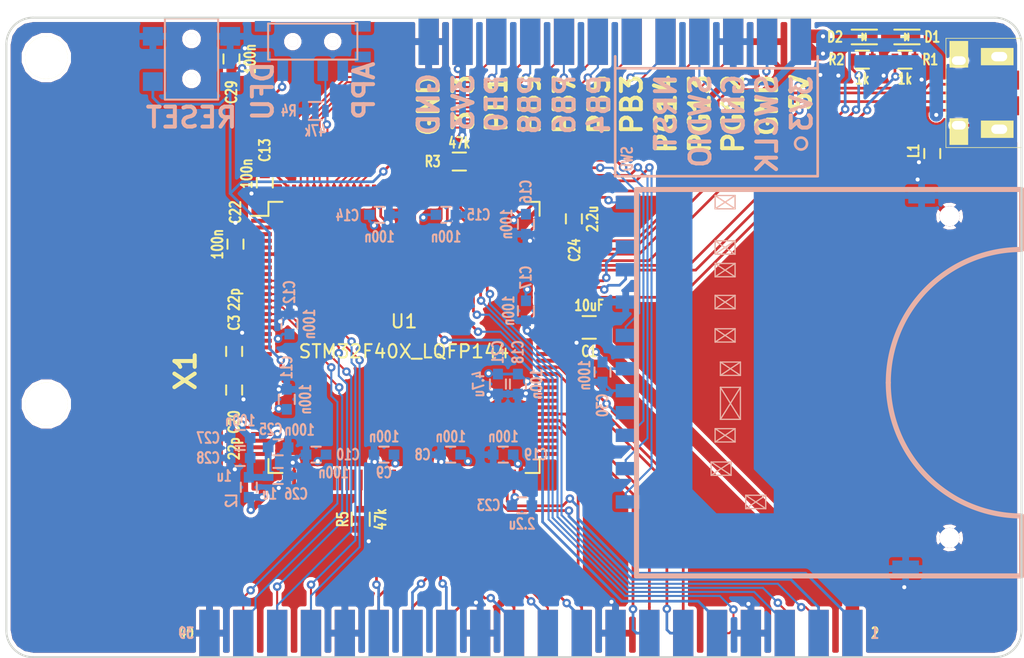
<source format=kicad_pcb>
(kicad_pcb (version 4) (host pcbnew "(2016-03-23 BZR 6647, Git bc699c8)-product")
  (layers (0 F.Cu jumper) (31 B.Cu signal) (34 B.Paste user) (35 F.Paste user) (36 B.SilkS user) (37 F.SilkS user) (38 B.Mask user) (39 F.Mask user) (44 Edge.Cuts user))
  (net 0 "")
  (net 1 /nrst)
  (net 2 GND)
  (net 3 +3.3V)
  (net 4 /osc_in)
  (net 5 /osc_out)
  (net 6 "Net-(C23-Pad1)")
  (net 7 "Net-(C24-Pad1)")
  (net 8 /3V3_adc)
  (net 9 "Net-(D1-Pad1)")
  (net 10 "Net-(D2-Pad1)")
  (net 11 /usb_5v)
  (net 12 "Net-(L1-Pad2)")
  (net 13 /swdio)
  (net 14 /usb_dm)
  (net 15 /usb_dp)
  (net 16 /usb_id)
  (net 17 /sd_d3)
  (net 18 /sd_cmd)
  (net 19 /sd_clk)
  (net 20 /sd_d0)
  (net 21 /sd_d1)
  (net 22 /sd_d2)
  (net 23 /sd_cd)
  (net 24 /sd_wp)
  (net 25 /pe2)
  (net 26 /sram_a19)
  (net 27 /sram_a20)
  (net 28 /pe5)
  (net 29 /pe6)
  (net 30 /pc15)
  (net 31 /sram_a0)
  (net 32 /sram_a1)
  (net 33 /sram_a2)
  (net 34 /sram_a3)
  (net 35 /sram_a4)
  (net 36 /sram_a5)
  (net 37 /pf6)
  (net 38 /pf7)
  (net 39 /pf8)
  (net 40 /pf9)
  (net 41 /pf10)
  (net 42 /pc0)
  (net 43 /pc1)
  (net 44 /pc2)
  (net 45 /pc3)
  (net 46 /pa0)
  (net 47 /pa1)
  (net 48 /pa2)
  (net 49 /sram_d10)
  (net 50 /sram_d11)
  (net 51 /sram_d12)
  (net 52 /sram_d2)
  (net 53 /sram_d3)
  (net 54 /pd3)
  (net 55 /sram_oe)
  (net 56 /sram_we)
  (net 57 /pd6)
  (net 58 /sram1_ce)
  (net 59 /sram2_ce)
  (net 60 /sram3_ce)
  (net 61 /pg11)
  (net 62 /pg13)
  (net 63 /pg14)
  (net 64 /pb4)
  (net 65 /pb5)
  (net 66 /pb6)
  (net 67 /pb7)
  (net 68 /pb8)
  (net 69 /pb9)
  (net 70 /pa3)
  (net 71 /pa4)
  (net 72 /pa5)
  (net 73 /pa6)
  (net 74 /pa7)
  (net 75 /pc4)
  (net 76 /pc5)
  (net 77 /pb0)
  (net 78 /pb1)
  (net 79 /pf11)
  (net 80 /sram_a6)
  (net 81 /sram_a7)
  (net 82 /sram_a8)
  (net 83 /sram_a9)
  (net 84 /sram_a10)
  (net 85 /sram_a11)
  (net 86 /sram_d4)
  (net 87 /sram_d5)
  (net 88 /sram_d6)
  (net 89 /sram_d7)
  (net 90 /sram_d8)
  (net 91 /sram_d9)
  (net 92 /sram_d14)
  (net 93 /sram_d15)
  (net 94 /sram_a16)
  (net 95 /sram_a17)
  (net 96 /sram_a18)
  (net 97 /sram_d0)
  (net 98 /sram_d1)
  (net 99 /sram_a12)
  (net 100 /sram_a13)
  (net 101 /sram_a14)
  (net 102 /sram_a15)
  (net 103 /pg7)
  (net 104 /pg8)
  (net 105 /pc6)
  (net 106 /pb14)
  (net 107 /pb15)
  (net 108 /sram_d13)
  (net 109 /fpga_io1)
  (net 110 /fpga_io2)
  (net 111 /swclk)
  (net 112 /boot0)
  (net 113 /boot1)
  (net 114 "Net-(P5-Pad13)")
  (net 115 /user_led1)
  (net 116 /user_led2)
  (net 117 "Net-(SW1-Pad3)")
  (net 118 /pe0)
  (net 119 /pb3)
  (net 120 /pg12)
  (net 121 /pe1)
  (net 122 /pc13)
  (net 123 /pc14)
  (net 124 /pg15)
  (net 125 /pb12)
  (net 126 /pb13)
  (module Mounting_Holes:MountingHole_3.2mm_M3 (layer F.Cu) (at 103 87)
    (fp_text reference REF** hide)
    (fp_text value MountingHole_3.2mm_M3 hide)
    (pad 1 np_thru_hole circle (at 0 0) (size 3.2 3.2) (drill 3.2) (layers *.Cu *.Mask F.SilkS))
  )
  (module Capacitors_SMD:C_0603 (layer F.Cu) (at 117.1 109.05 90)
    (fp_text reference C3 (at 2.15 0 90) (layer F.SilkS) (effects (font (size 0.8 0.6))))
    (fp_text value 22p (at 3.9 0 90) (layer F.SilkS) (effects (font (size 0.8 0.6))))
    (pad 1 smd rect (at -0.75 0 90) (size 0.8 0.75) (layers F.Cu F.Paste F.Mask) (net 4 /osc_in))
    (pad 2 smd rect (at 0.75 0 90) (size 0.8 0.75) (layers F.Cu F.Paste F.Mask) (net 2 GND))
  )
  (module Capacitors_SMD:C_0603 (layer B.Cu) (at 133.35 116.8)
    (fp_text reference C8 (at -2.1 0) (layer B.SilkS) (effects (font (size 0.8 0.6)) (justify mirror)))
    (fp_text value 100n (at 0 -1.35) (layer B.SilkS) (effects (font (size 0.8 0.6)) (justify mirror)))
    (pad 1 smd rect (at -0.75 0) (size 0.8 0.75) (layers B.Cu B.Paste B.Mask) (net 2 GND))
    (pad 2 smd rect (at 0.75 0) (size 0.8 0.75) (layers B.Cu B.Paste B.Mask) (net 3 +3.3V))
  )
  (module Capacitors_SMD:C_0603 (layer B.Cu) (at 128.35 116.8)
    (fp_text reference C9 (at 0 1.35) (layer B.SilkS) (effects (font (size 0.8 0.6)) (justify mirror)))
    (fp_text value 100n (at 0 -1.35) (layer B.SilkS) (effects (font (size 0.8 0.6)) (justify mirror)))
    (pad 1 smd rect (at -0.75 0) (size 0.8 0.75) (layers B.Cu B.Paste B.Mask) (net 2 GND))
    (pad 2 smd rect (at 0.75 0) (size 0.8 0.75) (layers B.Cu B.Paste B.Mask) (net 3 +3.3V))
  )
  (module Capacitors_SMD:C_0603 (layer B.Cu) (at 123.25 116.8)
    (fp_text reference C10 (at 2.4 0) (layer B.SilkS) (effects (font (size 0.8 0.6)) (justify mirror)))
    (fp_text value 100n (at 1.3 1.35) (layer B.SilkS) (effects (font (size 0.8 0.6)) (justify mirror)))
    (pad 1 smd rect (at -0.75 0) (size 0.8 0.75) (layers B.Cu B.Paste B.Mask) (net 2 GND))
    (pad 2 smd rect (at 0.75 0) (size 0.8 0.75) (layers B.Cu B.Paste B.Mask) (net 3 +3.3V))
  )
  (module Capacitors_SMD:C_0603 (layer B.Cu) (at 121.05 112.65 270)
    (fp_text reference C11 (at -2.4 0 270) (layer B.SilkS) (effects (font (size 0.8 0.6)) (justify mirror)))
    (fp_text value 100n (at 0 -1.4 270) (layer B.SilkS) (effects (font (size 0.8 0.6)) (justify mirror)))
    (pad 1 smd rect (at -0.75 0 270) (size 0.8 0.75) (layers B.Cu B.Paste B.Mask) (net 2 GND))
    (pad 2 smd rect (at 0.75 0 270) (size 0.8 0.75) (layers B.Cu B.Paste B.Mask) (net 3 +3.3V))
  )
  (module Capacitors_SMD:C_0603 (layer B.Cu) (at 121.25 107 270)
    (fp_text reference C12 (at -2.4 0 270) (layer B.SilkS) (effects (font (size 0.8 0.6)) (justify mirror)))
    (fp_text value 100n (at 0 -1.5 270) (layer B.SilkS) (effects (font (size 0.8 0.6)) (justify mirror)))
    (pad 1 smd rect (at -0.75 0 270) (size 0.8 0.75) (layers B.Cu B.Paste B.Mask) (net 2 GND))
    (pad 2 smd rect (at 0.75 0 270) (size 0.8 0.75) (layers B.Cu B.Paste B.Mask) (net 3 +3.3V))
  )
  (module Capacitors_SMD:C_0603 (layer F.Cu) (at 119.4 96.4 90)
    (fp_text reference C13 (at 2.45 0 90) (layer F.SilkS) (effects (font (size 0.8 0.6))))
    (fp_text value 100n (at 0.7 -1.35 90) (layer F.SilkS) (effects (font (size 0.8 0.6))))
    (pad 1 smd rect (at -0.75 0 90) (size 0.8 0.75) (layers F.Cu F.Paste F.Mask) (net 2 GND))
    (pad 2 smd rect (at 0.75 0 90) (size 0.8 0.75) (layers F.Cu F.Paste F.Mask) (net 3 +3.3V))
  )
  (module Capacitors_SMD:C_0603 (layer B.Cu) (at 128 98.8 180)
    (fp_text reference C14 (at 2.4 -0.05 180) (layer B.SilkS) (effects (font (size 0.8 0.6)) (justify mirror)))
    (fp_text value 100n (at 0 -1.65 180) (layer B.SilkS) (effects (font (size 0.8 0.6)) (justify mirror)))
    (pad 1 smd rect (at -0.75 0 180) (size 0.8 0.75) (layers B.Cu B.Paste B.Mask) (net 2 GND))
    (pad 2 smd rect (at 0.75 0 180) (size 0.8 0.75) (layers B.Cu B.Paste B.Mask) (net 3 +3.3V))
  )
  (module Capacitors_SMD:C_0603 (layer B.Cu) (at 133 98.8 180)
    (fp_text reference C15 (at -2.45 0 180) (layer B.SilkS) (effects (font (size 0.8 0.6)) (justify mirror)))
    (fp_text value 100n (at 0 -1.65 180) (layer B.SilkS) (effects (font (size 0.8 0.6)) (justify mirror)))
    (pad 1 smd rect (at -0.75 0 180) (size 0.8 0.75) (layers B.Cu B.Paste B.Mask) (net 2 GND))
    (pad 2 smd rect (at 0.75 0 180) (size 0.8 0.75) (layers B.Cu B.Paste B.Mask) (net 3 +3.3V))
  )
  (module Capacitors_SMD:C_0603 (layer B.Cu) (at 139 99.5 90)
    (fp_text reference C16 (at 2.45 0 90) (layer B.SilkS) (effects (font (size 0.8 0.6)) (justify mirror)))
    (fp_text value 100n (at 0 -1.45 90) (layer B.SilkS) (effects (font (size 0.8 0.6)) (justify mirror)))
    (pad 1 smd rect (at -0.75 0 90) (size 0.8 0.75) (layers B.Cu B.Paste B.Mask) (net 2 GND))
    (pad 2 smd rect (at 0.75 0 90) (size 0.8 0.75) (layers B.Cu B.Paste B.Mask) (net 3 +3.3V))
  )
  (module Capacitors_SMD:C_0603 (layer B.Cu) (at 139 106 90)
    (fp_text reference C17 (at 2.5 0 90) (layer B.SilkS) (effects (font (size 0.8 0.6)) (justify mirror)))
    (fp_text value 100n (at 0 -1.3 90) (layer B.SilkS) (effects (font (size 0.8 0.6)) (justify mirror)))
    (pad 1 smd rect (at -0.75 0 90) (size 0.8 0.75) (layers B.Cu B.Paste B.Mask) (net 2 GND))
    (pad 2 smd rect (at 0.75 0 90) (size 0.8 0.75) (layers B.Cu B.Paste B.Mask) (net 3 +3.3V))
  )
  (module Capacitors_SMD:C_0603 (layer B.Cu) (at 138.4 111.5 90)
    (fp_text reference C18 (at 2.4 0 90) (layer B.SilkS) (effects (font (size 0.8 0.6)) (justify mirror)))
    (fp_text value 100n (at 0 1.4 90) (layer B.SilkS) (effects (font (size 0.8 0.6)) (justify mirror)))
    (pad 1 smd rect (at -0.75 0 90) (size 0.8 0.75) (layers B.Cu B.Paste B.Mask) (net 2 GND))
    (pad 2 smd rect (at 0.75 0 90) (size 0.8 0.75) (layers B.Cu B.Paste B.Mask) (net 3 +3.3V))
  )
  (module Capacitors_SMD:C_0603 (layer B.Cu) (at 137.3 116.8)
    (fp_text reference C19 (at 2.45 0) (layer B.SilkS) (effects (font (size 0.8 0.6)) (justify mirror)))
    (fp_text value 100n (at 0 -1.35) (layer B.SilkS) (effects (font (size 0.8 0.6)) (justify mirror)))
    (pad 1 smd rect (at -0.75 0) (size 0.8 0.75) (layers B.Cu B.Paste B.Mask) (net 2 GND))
    (pad 2 smd rect (at 0.75 0) (size 0.8 0.75) (layers B.Cu B.Paste B.Mask) (net 3 +3.3V))
  )
  (module Capacitors_SMD:C_0603 (layer F.Cu) (at 117.1 111.95 270)
    (fp_text reference C20 (at 2.4 0 270) (layer F.SilkS) (effects (font (size 0.8 0.6))))
    (fp_text value 22p (at 4.4 0 270) (layer F.SilkS) (effects (font (size 0.8 0.6))))
    (pad 1 smd rect (at -0.75 0 270) (size 0.8 0.75) (layers F.Cu F.Paste F.Mask) (net 5 /osc_out))
    (pad 2 smd rect (at 0.75 0 270) (size 0.8 0.75) (layers F.Cu F.Paste F.Mask) (net 2 GND))
  )
  (module Capacitors_SMD:C_0603 (layer B.Cu) (at 136.9 111.5 90)
    (fp_text reference C21 (at 2.4 0 90) (layer B.SilkS) (effects (font (size 0.8 0.6)) (justify mirror)))
    (fp_text value 4.7u (at 0 -1.45 90) (layer B.SilkS) (effects (font (size 0.8 0.6)) (justify mirror)))
    (pad 1 smd rect (at -0.75 0 90) (size 0.8 0.75) (layers B.Cu B.Paste B.Mask) (net 2 GND))
    (pad 2 smd rect (at 0.75 0 90) (size 0.8 0.75) (layers B.Cu B.Paste B.Mask) (net 3 +3.3V))
  )
  (module Capacitors_SMD:C_0603 (layer F.Cu) (at 117.2 101 90)
    (fp_text reference C22 (at 2.4 0 90) (layer F.SilkS) (effects (font (size 0.8 0.6))))
    (fp_text value 100n (at 0 -1.35 90) (layer F.SilkS) (effects (font (size 0.8 0.6))))
    (pad 1 smd rect (at -0.75 0 90) (size 0.8 0.75) (layers F.Cu F.Paste F.Mask) (net 3 +3.3V))
    (pad 2 smd rect (at 0.75 0 90) (size 0.8 0.75) (layers F.Cu F.Paste F.Mask) (net 2 GND))
  )
  (module Capacitors_SMD:C_0603 (layer B.Cu) (at 138.7 120.6)
    (fp_text reference C23 (at -2.5 0) (layer B.SilkS) (effects (font (size 0.8 0.6)) (justify mirror)))
    (fp_text value 2.2u (at 0 1.4) (layer B.SilkS) (effects (font (size 0.8 0.6)) (justify mirror)))
    (pad 1 smd rect (at -0.75 0) (size 0.8 0.75) (layers B.Cu B.Paste B.Mask) (net 6 "Net-(C23-Pad1)"))
    (pad 2 smd rect (at 0.75 0) (size 0.8 0.75) (layers B.Cu B.Paste B.Mask) (net 2 GND))
  )
  (module Capacitors_SMD:C_0603 (layer F.Cu) (at 142.6 99.1 90)
    (fp_text reference C24 (at -2.35 0.05 90) (layer F.SilkS) (effects (font (size 0.8 0.6))))
    (fp_text value 2.2u (at 0 1.4 90) (layer F.SilkS) (effects (font (size 0.8 0.6))))
    (pad 1 smd rect (at -0.75 0 90) (size 0.8 0.75) (layers F.Cu F.Paste F.Mask) (net 7 "Net-(C24-Pad1)"))
    (pad 2 smd rect (at 0.75 0 90) (size 0.8 0.75) (layers F.Cu F.Paste F.Mask) (net 2 GND))
  )
  (module Capacitors_SMD:C_0603 (layer B.Cu) (at 120.4 116.25)
    (fp_text reference C25 (at -0.55 -1.35) (layer B.SilkS) (effects (font (size 0.8 0.6)) (justify mirror)))
    (fp_text value 100n (at 1.6 -1.3) (layer B.SilkS) (effects (font (size 0.8 0.6)) (justify mirror)))
    (pad 1 smd rect (at -0.75 0) (size 0.8 0.75) (layers B.Cu B.Paste B.Mask) (net 8 /3V3_adc))
    (pad 2 smd rect (at 0.75 0) (size 0.8 0.75) (layers B.Cu B.Paste B.Mask) (net 2 GND))
  )
  (module Capacitors_SMD:C_0603 (layer B.Cu) (at 120.4 118.4)
    (fp_text reference C26 (at 1.35 1.35) (layer B.SilkS) (effects (font (size 0.8 0.6)) (justify mirror)))
    (fp_text value 1u (at -0.65 1.35) (layer B.SilkS) (effects (font (size 0.8 0.6)) (justify mirror)))
    (pad 1 smd rect (at -0.75 0) (size 0.8 0.75) (layers B.Cu B.Paste B.Mask) (net 8 /3V3_adc))
    (pad 2 smd rect (at 0.75 0) (size 0.8 0.75) (layers B.Cu B.Paste B.Mask) (net 2 GND))
  )
  (module Capacitors_SMD:C_0603 (layer B.Cu) (at 117.55 115.55 180)
    (fp_text reference C27 (at 2.4 0 180) (layer B.SilkS) (effects (font (size 0.8 0.6)) (justify mirror)))
    (fp_text value 100n (at 0 1.3 180) (layer B.SilkS) (effects (font (size 0.8 0.6)) (justify mirror)))
    (pad 1 smd rect (at -0.75 0 180) (size 0.8 0.75) (layers B.Cu B.Paste B.Mask) (net 8 /3V3_adc))
    (pad 2 smd rect (at 0.75 0 180) (size 0.8 0.75) (layers B.Cu B.Paste B.Mask) (net 2 GND))
  )
  (module Capacitors_SMD:C_0603 (layer B.Cu) (at 117.55 117.05 180)
    (fp_text reference C28 (at 2.4 0 180) (layer B.SilkS) (effects (font (size 0.8 0.6)) (justify mirror)))
    (fp_text value 1u (at 1.2 -1.35 180) (layer B.SilkS) (effects (font (size 0.8 0.6)) (justify mirror)))
    (pad 1 smd rect (at -0.75 0 180) (size 0.8 0.75) (layers B.Cu B.Paste B.Mask) (net 8 /3V3_adc))
    (pad 2 smd rect (at 0.75 0 180) (size 0.8 0.75) (layers B.Cu B.Paste B.Mask) (net 2 GND))
  )
  (module Capacitors_SMD:C_0603 (layer F.Cu) (at 116.9 87.1 90)
    (fp_text reference C29 (at -2.5 0 90) (layer F.SilkS) (effects (font (size 0.8 0.6))))
    (fp_text value 100n (at 0 1.4 270) (layer F.SilkS) (effects (font (size 0.8 0.6))))
    (pad 1 smd rect (at -0.75 0 90) (size 0.8 0.75) (layers F.Cu F.Paste F.Mask) (net 1 /nrst))
    (pad 2 smd rect (at 0.75 0 90) (size 0.8 0.75) (layers F.Cu F.Paste F.Mask) (net 2 GND))
  )
  (module LEDs:LED_0603 (layer F.Cu) (at 167.45 85.45 180)
    (fp_text reference D1 (at -2.05 0 180) (layer F.SilkS) (effects (font (size 0.8 0.6))))
    (fp_text value SML-211UTT86 hide)
    (pad 2 smd rect (at 0.7493 0) (size 0.79756 0.79756) (layers F.Cu F.Paste F.Mask) (net 2 GND))
    (pad 1 smd rect (at -0.7493 0) (size 0.79756 0.79756) (layers F.Cu F.Paste F.Mask) (net 9 "Net-(D1-Pad1)"))
  )
  (module LEDs:LED_0603 (layer F.Cu) (at 164.25 85.45 180)
    (fp_text reference D2 (at 2.05 0 180) (layer F.SilkS) (effects (font (size 0.8 0.6))))
    (fp_text value SML-211YTT86 hide)
    (pad 2 smd rect (at 0.7493 0) (size 0.79756 0.79756) (layers F.Cu F.Paste F.Mask) (net 2 GND))
    (pad 1 smd rect (at -0.7493 0) (size 0.79756 0.79756) (layers F.Cu F.Paste F.Mask) (net 10 "Net-(D2-Pad1)"))
  )
  (module Capacitors_SMD:C_0603 (layer F.Cu) (at 169.5 94.2 90)
    (fp_text reference L1 (at 0.2 -1.4 90) (layer F.SilkS) (effects (font (size 0.8 0.6))))
    (fp_text value 30@100MHz)
    (pad 1 smd rect (at -0.75 0 90) (size 0.8 0.75) (layers F.Cu F.Paste F.Mask) (net 2 GND))
    (pad 2 smd rect (at 0.75 0 90) (size 0.8 0.75) (layers F.Cu F.Paste F.Mask) (net 12 "Net-(L1-Pad2)"))
  )
  (module Capacitors_SMD:C_0603 (layer B.Cu) (at 118.2 119.25 90)
    (fp_text reference L2 (at -1 -1.3 90) (layer B.SilkS) (effects (font (size 0.8 0.6)) (justify mirror)))
    (fp_text value 22@100MHz hide)
    (pad 1 smd rect (at -0.75 0 90) (size 0.8 0.75) (layers B.Cu B.Paste B.Mask) (net 3 +3.3V))
    (pad 2 smd rect (at 0.75 0 90) (size 0.8 0.75) (layers B.Cu B.Paste B.Mask) (net 8 /3V3_adc))
  )
  (module knielsenlib:10103594-0001LF (layer F.Cu) (at 174.52448 89.65024 90)
    (fp_text reference P7 hide)
    (fp_text value KNUSB hide)
    (pad 1 smd rect (at -1.30048 -2.82448 90) (size 0.39878 1.75006) (layers F.Cu F.Paste F.Mask) (net 11 /usb_5v) (clearance 0.09906))
    (pad 2 smd rect (at -0.65024 -2.82448 90) (size 0.39878 1.75006) (layers F.Cu F.Paste F.Mask) (net 14 /usb_dm) (clearance 0.09906))
    (pad 3 smd rect (at 0 -2.82448 90) (size 0.39878 1.75006) (layers F.Cu F.Paste F.Mask) (net 15 /usb_dp) (clearance 0.09906))
    (pad 4 smd rect (at 0.65024 -2.82448 90) (size 0.39878 1.75006) (layers F.Cu F.Paste F.Mask) (net 16 /usb_id) (clearance 0.09906))
    (pad 5 smd rect (at 1.30048 -2.82448 90) (size 0.39878 1.75006) (layers F.Cu F.Paste F.Mask) (net 2 GND) (clearance 0.09906))
    (pad 6 smd rect (at -0.96266 0.24892 90) (size 1.42494 2.49936) (layers F.Cu F.Paste F.Mask) (net 12 "Net-(L1-Pad2)"))
    (pad 6 smd rect (at 0.96266 0.24892 90) (size 1.42494 2.49936) (layers F.Cu F.Paste F.Mask) (net 12 "Net-(L1-Pad2)"))
    (pad 6 thru_hole rect (at -2.4257 -3.03022 90) (size 1.99898 1.39954) (drill oval 0.65024 1.04902 (offset -0.47498 0)) (layers *.Mask F.Cu F.SilkS) (net 12 "Net-(L1-Pad2)"))
    (pad 6 thru_hole rect (at 2.4257 -3.03022 90) (size 1.99898 1.39954) (drill oval 0.65024 1.04902 (offset 0.47498 0)) (layers *.Mask F.Cu F.SilkS) (net 12 "Net-(L1-Pad2)"))
    (pad 6 thru_hole rect (at -2.72542 0 90) (size 1.30048 2.4511) (drill oval 0.70104 1.19888 (offset 0 -0.14986)) (layers *.Mask F.Cu F.SilkS) (net 12 "Net-(L1-Pad2)"))
    (pad 6 smd rect (at -2.98704 -1.69926 90) (size 1.82626 0.70104) (layers F.Cu F.Paste F.Mask) (net 12 "Net-(L1-Pad2)"))
    (pad 6 smd rect (at 2.98704 -1.69926 90) (size 1.82626 0.70104) (layers F.Cu F.Paste F.Mask) (net 12 "Net-(L1-Pad2)"))
    (pad 6 thru_hole rect (at 2.72542 0 90) (size 1.30048 2.4511) (drill oval 0.70104 1.19888 (offset 0 -0.14986)) (layers *.Mask F.Cu F.SilkS) (net 12 "Net-(L1-Pad2)"))
  )
  (module Resistors_SMD:R_0603 (layer F.Cu) (at 167.45 87.15)
    (fp_text reference R1 (at 1.9 0) (layer F.SilkS) (effects (font (size 0.8 0.6))))
    (fp_text value 1k (at 0 1.45) (layer F.SilkS) (effects (font (size 0.8 0.6))))
    (pad 1 smd rect (at -0.75 0) (size 0.5 0.9) (layers F.Cu F.Paste F.Mask) (net 115 /user_led1))
    (pad 2 smd rect (at 0.75 0) (size 0.5 0.9) (layers F.Cu F.Paste F.Mask) (net 9 "Net-(D1-Pad1)"))
  )
  (module Resistors_SMD:R_0603 (layer F.Cu) (at 164.25 87.15)
    (fp_text reference R2 (at -1.95 0) (layer F.SilkS) (effects (font (size 0.8 0.6))))
    (fp_text value 1k (at 0 1.45) (layer F.SilkS) (effects (font (size 0.8 0.6))))
    (pad 1 smd rect (at -0.75 0) (size 0.5 0.9) (layers F.Cu F.Paste F.Mask) (net 116 /user_led2))
    (pad 2 smd rect (at 0.75 0) (size 0.5 0.9) (layers F.Cu F.Paste F.Mask) (net 10 "Net-(D2-Pad1)"))
  )
  (module knielsenlib:2-SOJ (layer F.Cu) (at 113.45 110.5 90)
    (fp_text reference X1 (at 0 0 90) (layer F.SilkS) (effects (font (thickness 0.3048))))
    (fp_text value CRYSTAL hide)
    (pad 1 smd rect (at -5.5499 0 90) (size 4.09956 5.6007) (layers F.Cu F.Paste F.Mask) (net 5 /osc_out))
    (pad 2 smd rect (at 5.5499 0 90) (size 4.09956 5.6007) (layers F.Cu F.Paste F.Mask) (net 4 /osc_in))
  )
  (module Resistors_SMD:R_0603 (layer F.Cu) (at 134 94.8)
    (fp_text reference R3 (at -2 0) (layer F.SilkS) (effects (font (size 0.8 0.6))))
    (fp_text value 47k (at 0 -1.4) (layer F.SilkS) (effects (font (size 0.8 0.6))))
    (pad 1 smd rect (at -0.75 0) (size 0.5 0.9) (layers F.Cu F.Paste F.Mask) (net 3 +3.3V))
    (pad 2 smd rect (at 0.75 0) (size 0.5 0.9) (layers F.Cu F.Paste F.Mask) (net 18 /sd_cmd))
  )
  (module Housings_QFP:LQFP-144_20x20mm_Pitch0.5mm (layer F.Cu) (at 129.850001 108)
    (fp_text reference U1 (at -0.000001 -1.2) (layer F.SilkS))
    (fp_text value STM32F40X_LQFP144 (at -0.000001 1.05) (layer F.SilkS))
    (pad 1 smd rect (at -10.7 -8.75) (size 1.55 0.3) (layers F.Cu F.Paste F.Mask) (net 25 /pe2))
    (pad 2 smd rect (at -10.7 -8.25) (size 1.55 0.3) (layers F.Cu F.Paste F.Mask) (net 26 /sram_a19))
    (pad 3 smd rect (at -10.7 -7.75) (size 1.55 0.3) (layers F.Cu F.Paste F.Mask) (net 27 /sram_a20))
    (pad 4 smd rect (at -10.7 -7.25) (size 1.55 0.3) (layers F.Cu F.Paste F.Mask) (net 28 /pe5))
    (pad 5 smd rect (at -10.7 -6.75) (size 1.55 0.3) (layers F.Cu F.Paste F.Mask) (net 29 /pe6))
    (pad 6 smd rect (at -10.7 -6.25) (size 1.55 0.3) (layers F.Cu F.Paste F.Mask) (net 3 +3.3V))
    (pad 7 smd rect (at -10.7 -5.75) (size 1.55 0.3) (layers F.Cu F.Paste F.Mask) (net 122 /pc13))
    (pad 8 smd rect (at -10.7 -5.25) (size 1.55 0.3) (layers F.Cu F.Paste F.Mask) (net 123 /pc14))
    (pad 9 smd rect (at -10.7 -4.75) (size 1.55 0.3) (layers F.Cu F.Paste F.Mask) (net 30 /pc15))
    (pad 10 smd rect (at -10.7 -4.25) (size 1.55 0.3) (layers F.Cu F.Paste F.Mask) (net 31 /sram_a0))
    (pad 11 smd rect (at -10.7 -3.75) (size 1.55 0.3) (layers F.Cu F.Paste F.Mask) (net 32 /sram_a1))
    (pad 12 smd rect (at -10.7 -3.25) (size 1.55 0.3) (layers F.Cu F.Paste F.Mask) (net 33 /sram_a2))
    (pad 13 smd rect (at -10.7 -2.75) (size 1.55 0.3) (layers F.Cu F.Paste F.Mask) (net 34 /sram_a3))
    (pad 14 smd rect (at -10.7 -2.25) (size 1.55 0.3) (layers F.Cu F.Paste F.Mask) (net 35 /sram_a4))
    (pad 15 smd rect (at -10.7 -1.75) (size 1.55 0.3) (layers F.Cu F.Paste F.Mask) (net 36 /sram_a5))
    (pad 16 smd rect (at -10.7 -1.25) (size 1.55 0.3) (layers F.Cu F.Paste F.Mask) (net 2 GND))
    (pad 17 smd rect (at -10.7 -0.75) (size 1.55 0.3) (layers F.Cu F.Paste F.Mask) (net 3 +3.3V))
    (pad 18 smd rect (at -10.7 -0.25) (size 1.55 0.3) (layers F.Cu F.Paste F.Mask) (net 37 /pf6))
    (pad 19 smd rect (at -10.7 0.25) (size 1.55 0.3) (layers F.Cu F.Paste F.Mask) (net 38 /pf7))
    (pad 20 smd rect (at -10.7 0.75) (size 1.55 0.3) (layers F.Cu F.Paste F.Mask) (net 39 /pf8))
    (pad 21 smd rect (at -10.7 1.25) (size 1.55 0.3) (layers F.Cu F.Paste F.Mask) (net 40 /pf9))
    (pad 22 smd rect (at -10.7 1.75) (size 1.55 0.3) (layers F.Cu F.Paste F.Mask) (net 41 /pf10))
    (pad 23 smd rect (at -10.7 2.25) (size 1.55 0.3) (layers F.Cu F.Paste F.Mask) (net 4 /osc_in))
    (pad 24 smd rect (at -10.7 2.75) (size 1.55 0.3) (layers F.Cu F.Paste F.Mask) (net 5 /osc_out))
    (pad 25 smd rect (at -10.7 3.25) (size 1.55 0.3) (layers F.Cu F.Paste F.Mask) (net 1 /nrst))
    (pad 26 smd rect (at -10.7 3.75) (size 1.55 0.3) (layers F.Cu F.Paste F.Mask) (net 42 /pc0))
    (pad 27 smd rect (at -10.7 4.25) (size 1.55 0.3) (layers F.Cu F.Paste F.Mask) (net 43 /pc1))
    (pad 28 smd rect (at -10.7 4.75) (size 1.55 0.3) (layers F.Cu F.Paste F.Mask) (net 44 /pc2))
    (pad 29 smd rect (at -10.7 5.25) (size 1.55 0.3) (layers F.Cu F.Paste F.Mask) (net 45 /pc3))
    (pad 30 smd rect (at -10.7 5.75) (size 1.55 0.3) (layers F.Cu F.Paste F.Mask) (net 3 +3.3V))
    (pad 31 smd rect (at -10.7 6.25) (size 1.55 0.3) (layers F.Cu F.Paste F.Mask) (net 2 GND))
    (pad 32 smd rect (at -10.7 6.75) (size 1.55 0.3) (layers F.Cu F.Paste F.Mask) (net 8 /3V3_adc))
    (pad 33 smd rect (at -10.7 7.25) (size 1.55 0.3) (layers F.Cu F.Paste F.Mask) (net 8 /3V3_adc))
    (pad 34 smd rect (at -10.7 7.75) (size 1.55 0.3) (layers F.Cu F.Paste F.Mask) (net 46 /pa0))
    (pad 35 smd rect (at -10.7 8.25) (size 1.55 0.3) (layers F.Cu F.Paste F.Mask) (net 47 /pa1))
    (pad 36 smd rect (at -10.7 8.75) (size 1.55 0.3) (layers F.Cu F.Paste F.Mask) (net 48 /pa2))
    (pad 37 smd rect (at -8.75 10.7 90) (size 1.55 0.3) (layers F.Cu F.Paste F.Mask) (net 70 /pa3))
    (pad 38 smd rect (at -8.25 10.7 90) (size 1.55 0.3) (layers F.Cu F.Paste F.Mask) (net 2 GND))
    (pad 39 smd rect (at -7.75 10.7 90) (size 1.55 0.3) (layers F.Cu F.Paste F.Mask) (net 3 +3.3V))
    (pad 40 smd rect (at -7.25 10.7 90) (size 1.55 0.3) (layers F.Cu F.Paste F.Mask) (net 71 /pa4))
    (pad 41 smd rect (at -6.75 10.7 90) (size 1.55 0.3) (layers F.Cu F.Paste F.Mask) (net 72 /pa5))
    (pad 42 smd rect (at -6.25 10.7 90) (size 1.55 0.3) (layers F.Cu F.Paste F.Mask) (net 73 /pa6))
    (pad 43 smd rect (at -5.75 10.7 90) (size 1.55 0.3) (layers F.Cu F.Paste F.Mask) (net 74 /pa7))
    (pad 44 smd rect (at -5.25 10.7 90) (size 1.55 0.3) (layers F.Cu F.Paste F.Mask) (net 75 /pc4))
    (pad 45 smd rect (at -4.75 10.7 90) (size 1.55 0.3) (layers F.Cu F.Paste F.Mask) (net 76 /pc5))
    (pad 46 smd rect (at -4.25 10.7 90) (size 1.55 0.3) (layers F.Cu F.Paste F.Mask) (net 77 /pb0))
    (pad 47 smd rect (at -3.75 10.7 90) (size 1.55 0.3) (layers F.Cu F.Paste F.Mask) (net 78 /pb1))
    (pad 48 smd rect (at -3.25 10.7 90) (size 1.55 0.3) (layers F.Cu F.Paste F.Mask) (net 113 /boot1))
    (pad 49 smd rect (at -2.75 10.7 90) (size 1.55 0.3) (layers F.Cu F.Paste F.Mask) (net 79 /pf11))
    (pad 50 smd rect (at -2.25 10.7 90) (size 1.55 0.3) (layers F.Cu F.Paste F.Mask) (net 80 /sram_a6))
    (pad 51 smd rect (at -1.75 10.7 90) (size 1.55 0.3) (layers F.Cu F.Paste F.Mask) (net 2 GND))
    (pad 52 smd rect (at -1.25 10.7 90) (size 1.55 0.3) (layers F.Cu F.Paste F.Mask) (net 3 +3.3V))
    (pad 53 smd rect (at -0.75 10.7 90) (size 1.55 0.3) (layers F.Cu F.Paste F.Mask) (net 81 /sram_a7))
    (pad 54 smd rect (at -0.25 10.7 90) (size 1.55 0.3) (layers F.Cu F.Paste F.Mask) (net 82 /sram_a8))
    (pad 55 smd rect (at 0.25 10.7 90) (size 1.55 0.3) (layers F.Cu F.Paste F.Mask) (net 83 /sram_a9))
    (pad 56 smd rect (at 0.75 10.7 90) (size 1.55 0.3) (layers F.Cu F.Paste F.Mask) (net 84 /sram_a10))
    (pad 57 smd rect (at 1.25 10.7 90) (size 1.55 0.3) (layers F.Cu F.Paste F.Mask) (net 85 /sram_a11))
    (pad 58 smd rect (at 1.75 10.7 90) (size 1.55 0.3) (layers F.Cu F.Paste F.Mask) (net 86 /sram_d4))
    (pad 59 smd rect (at 2.25 10.7 90) (size 1.55 0.3) (layers F.Cu F.Paste F.Mask) (net 87 /sram_d5))
    (pad 60 smd rect (at 2.75 10.7 90) (size 1.55 0.3) (layers F.Cu F.Paste F.Mask) (net 88 /sram_d6))
    (pad 61 smd rect (at 3.25 10.7 90) (size 1.55 0.3) (layers F.Cu F.Paste F.Mask) (net 2 GND))
    (pad 62 smd rect (at 3.75 10.7 90) (size 1.55 0.3) (layers F.Cu F.Paste F.Mask) (net 3 +3.3V))
    (pad 63 smd rect (at 4.25 10.7 90) (size 1.55 0.3) (layers F.Cu F.Paste F.Mask) (net 89 /sram_d7))
    (pad 64 smd rect (at 4.75 10.7 90) (size 1.55 0.3) (layers F.Cu F.Paste F.Mask) (net 90 /sram_d8))
    (pad 65 smd rect (at 5.25 10.7 90) (size 1.55 0.3) (layers F.Cu F.Paste F.Mask) (net 91 /sram_d9))
    (pad 66 smd rect (at 5.75 10.7 90) (size 1.55 0.3) (layers F.Cu F.Paste F.Mask) (net 49 /sram_d10))
    (pad 67 smd rect (at 6.25 10.7 90) (size 1.55 0.3) (layers F.Cu F.Paste F.Mask) (net 50 /sram_d11))
    (pad 68 smd rect (at 6.75 10.7 90) (size 1.55 0.3) (layers F.Cu F.Paste F.Mask) (net 51 /sram_d12))
    (pad 69 smd rect (at 7.25 10.7 90) (size 1.55 0.3) (layers F.Cu F.Paste F.Mask) (net 109 /fpga_io1))
    (pad 70 smd rect (at 7.75 10.7 90) (size 1.55 0.3) (layers F.Cu F.Paste F.Mask) (net 110 /fpga_io2))
    (pad 71 smd rect (at 8.25 10.7 90) (size 1.55 0.3) (layers F.Cu F.Paste F.Mask) (net 6 "Net-(C23-Pad1)"))
    (pad 72 smd rect (at 8.75 10.7 90) (size 1.55 0.3) (layers F.Cu F.Paste F.Mask) (net 3 +3.3V))
    (pad 73 smd rect (at 10.7 8.75) (size 1.55 0.3) (layers F.Cu F.Paste F.Mask) (net 125 /pb12))
    (pad 74 smd rect (at 10.7 8.25) (size 1.55 0.3) (layers F.Cu F.Paste F.Mask) (net 126 /pb13))
    (pad 75 smd rect (at 10.7 7.75) (size 1.55 0.3) (layers F.Cu F.Paste F.Mask) (net 106 /pb14))
    (pad 76 smd rect (at 10.7 7.25) (size 1.55 0.3) (layers F.Cu F.Paste F.Mask) (net 107 /pb15))
    (pad 77 smd rect (at 10.7 6.75) (size 1.55 0.3) (layers F.Cu F.Paste F.Mask) (net 108 /sram_d13))
    (pad 78 smd rect (at 10.7 6.25) (size 1.55 0.3) (layers F.Cu F.Paste F.Mask) (net 92 /sram_d14))
    (pad 79 smd rect (at 10.7 5.75) (size 1.55 0.3) (layers F.Cu F.Paste F.Mask) (net 93 /sram_d15))
    (pad 80 smd rect (at 10.7 5.25) (size 1.55 0.3) (layers F.Cu F.Paste F.Mask) (net 94 /sram_a16))
    (pad 81 smd rect (at 10.7 4.75) (size 1.55 0.3) (layers F.Cu F.Paste F.Mask) (net 95 /sram_a17))
    (pad 82 smd rect (at 10.7 4.25) (size 1.55 0.3) (layers F.Cu F.Paste F.Mask) (net 96 /sram_a18))
    (pad 83 smd rect (at 10.7 3.75) (size 1.55 0.3) (layers F.Cu F.Paste F.Mask) (net 2 GND))
    (pad 84 smd rect (at 10.7 3.25) (size 1.55 0.3) (layers F.Cu F.Paste F.Mask) (net 3 +3.3V))
    (pad 85 smd rect (at 10.7 2.75) (size 1.55 0.3) (layers F.Cu F.Paste F.Mask) (net 97 /sram_d0))
    (pad 86 smd rect (at 10.7 2.25) (size 1.55 0.3) (layers F.Cu F.Paste F.Mask) (net 98 /sram_d1))
    (pad 87 smd rect (at 10.7 1.75) (size 1.55 0.3) (layers F.Cu F.Paste F.Mask) (net 99 /sram_a12))
    (pad 88 smd rect (at 10.7 1.25) (size 1.55 0.3) (layers F.Cu F.Paste F.Mask) (net 100 /sram_a13))
    (pad 89 smd rect (at 10.7 0.75) (size 1.55 0.3) (layers F.Cu F.Paste F.Mask) (net 101 /sram_a14))
    (pad 90 smd rect (at 10.7 0.25) (size 1.55 0.3) (layers F.Cu F.Paste F.Mask) (net 102 /sram_a15))
    (pad 91 smd rect (at 10.7 -0.25) (size 1.55 0.3) (layers F.Cu F.Paste F.Mask) (net 23 /sd_cd))
    (pad 92 smd rect (at 10.7 -0.75) (size 1.55 0.3) (layers F.Cu F.Paste F.Mask) (net 103 /pg7))
    (pad 93 smd rect (at 10.7 -1.25) (size 1.55 0.3) (layers F.Cu F.Paste F.Mask) (net 104 /pg8))
    (pad 94 smd rect (at 10.7 -1.75) (size 1.55 0.3) (layers F.Cu F.Paste F.Mask) (net 2 GND))
    (pad 95 smd rect (at 10.7 -2.25) (size 1.55 0.3) (layers F.Cu F.Paste F.Mask) (net 3 +3.3V))
    (pad 96 smd rect (at 10.7 -2.75) (size 1.55 0.3) (layers F.Cu F.Paste F.Mask) (net 105 /pc6))
    (pad 97 smd rect (at 10.7 -3.25) (size 1.55 0.3) (layers F.Cu F.Paste F.Mask) (net 115 /user_led1))
    (pad 98 smd rect (at 10.7 -3.75) (size 1.55 0.3) (layers F.Cu F.Paste F.Mask) (net 20 /sd_d0))
    (pad 99 smd rect (at 10.7 -4.25) (size 1.55 0.3) (layers F.Cu F.Paste F.Mask) (net 21 /sd_d1))
    (pad 100 smd rect (at 10.7 -4.75) (size 1.55 0.3) (layers F.Cu F.Paste F.Mask) (net 116 /user_led2))
    (pad 101 smd rect (at 10.7 -5.25) (size 1.55 0.3) (layers F.Cu F.Paste F.Mask) (net 11 /usb_5v))
    (pad 102 smd rect (at 10.7 -5.75) (size 1.55 0.3) (layers F.Cu F.Paste F.Mask) (net 16 /usb_id))
    (pad 103 smd rect (at 10.7 -6.25) (size 1.55 0.3) (layers F.Cu F.Paste F.Mask) (net 14 /usb_dm))
    (pad 104 smd rect (at 10.7 -6.75) (size 1.55 0.3) (layers F.Cu F.Paste F.Mask) (net 15 /usb_dp))
    (pad 105 smd rect (at 10.7 -7.25) (size 1.55 0.3) (layers F.Cu F.Paste F.Mask) (net 13 /swdio))
    (pad 106 smd rect (at 10.7 -7.75) (size 1.55 0.3) (layers F.Cu F.Paste F.Mask) (net 7 "Net-(C24-Pad1)"))
    (pad 107 smd rect (at 10.7 -8.25) (size 1.55 0.3) (layers F.Cu F.Paste F.Mask) (net 2 GND))
    (pad 108 smd rect (at 10.7 -8.75) (size 1.55 0.3) (layers F.Cu F.Paste F.Mask) (net 3 +3.3V))
    (pad 109 smd rect (at 8.75 -10.7 90) (size 1.55 0.3) (layers F.Cu F.Paste F.Mask) (net 111 /swclk))
    (pad 110 smd rect (at 8.25 -10.7 90) (size 1.55 0.3) (layers F.Cu F.Paste F.Mask) (net 24 /sd_wp))
    (pad 111 smd rect (at 7.75 -10.7 90) (size 1.55 0.3) (layers F.Cu F.Paste F.Mask) (net 22 /sd_d2))
    (pad 112 smd rect (at 7.25 -10.7 90) (size 1.55 0.3) (layers F.Cu F.Paste F.Mask) (net 17 /sd_d3))
    (pad 113 smd rect (at 6.75 -10.7 90) (size 1.55 0.3) (layers F.Cu F.Paste F.Mask) (net 19 /sd_clk))
    (pad 114 smd rect (at 6.25 -10.7 90) (size 1.55 0.3) (layers F.Cu F.Paste F.Mask) (net 52 /sram_d2))
    (pad 115 smd rect (at 5.75 -10.7 90) (size 1.55 0.3) (layers F.Cu F.Paste F.Mask) (net 53 /sram_d3))
    (pad 116 smd rect (at 5.25 -10.7 90) (size 1.55 0.3) (layers F.Cu F.Paste F.Mask) (net 18 /sd_cmd))
    (pad 117 smd rect (at 4.75 -10.7 90) (size 1.55 0.3) (layers F.Cu F.Paste F.Mask) (net 54 /pd3))
    (pad 118 smd rect (at 4.25 -10.7 90) (size 1.55 0.3) (layers F.Cu F.Paste F.Mask) (net 55 /sram_oe))
    (pad 119 smd rect (at 3.75 -10.7 90) (size 1.55 0.3) (layers F.Cu F.Paste F.Mask) (net 56 /sram_we))
    (pad 120 smd rect (at 3.25 -10.7 90) (size 1.55 0.3) (layers F.Cu F.Paste F.Mask) (net 2 GND))
    (pad 121 smd rect (at 2.75 -10.7 90) (size 1.55 0.3) (layers F.Cu F.Paste F.Mask) (net 3 +3.3V))
    (pad 122 smd rect (at 2.25 -10.7 90) (size 1.55 0.3) (layers F.Cu F.Paste F.Mask) (net 57 /pd6))
    (pad 123 smd rect (at 1.75 -10.7 90) (size 1.55 0.3) (layers F.Cu F.Paste F.Mask) (net 58 /sram1_ce))
    (pad 124 smd rect (at 1.25 -10.7 90) (size 1.55 0.3) (layers F.Cu F.Paste F.Mask) (net 59 /sram2_ce))
    (pad 125 smd rect (at 0.75 -10.7 90) (size 1.55 0.3) (layers F.Cu F.Paste F.Mask) (net 60 /sram3_ce))
    (pad 126 smd rect (at 0.25 -10.7 90) (size 1.55 0.3) (layers F.Cu F.Paste F.Mask) (net 61 /pg11))
    (pad 127 smd rect (at -0.25 -10.7 90) (size 1.55 0.3) (layers F.Cu F.Paste F.Mask) (net 120 /pg12))
    (pad 128 smd rect (at -0.75 -10.7 90) (size 1.55 0.3) (layers F.Cu F.Paste F.Mask) (net 62 /pg13))
    (pad 129 smd rect (at -1.25 -10.7 90) (size 1.55 0.3) (layers F.Cu F.Paste F.Mask) (net 63 /pg14))
    (pad 130 smd rect (at -1.75 -10.7 90) (size 1.55 0.3) (layers F.Cu F.Paste F.Mask) (net 2 GND))
    (pad 131 smd rect (at -2.25 -10.7 90) (size 1.55 0.3) (layers F.Cu F.Paste F.Mask) (net 3 +3.3V))
    (pad 132 smd rect (at -2.75 -10.7 90) (size 1.55 0.3) (layers F.Cu F.Paste F.Mask) (net 124 /pg15))
    (pad 133 smd rect (at -3.25 -10.7 90) (size 1.55 0.3) (layers F.Cu F.Paste F.Mask) (net 119 /pb3))
    (pad 134 smd rect (at -3.75 -10.7 90) (size 1.55 0.3) (layers F.Cu F.Paste F.Mask) (net 64 /pb4))
    (pad 135 smd rect (at -4.25 -10.7 90) (size 1.55 0.3) (layers F.Cu F.Paste F.Mask) (net 65 /pb5))
    (pad 136 smd rect (at -4.75 -10.7 90) (size 1.55 0.3) (layers F.Cu F.Paste F.Mask) (net 66 /pb6))
    (pad 137 smd rect (at -5.25 -10.7 90) (size 1.55 0.3) (layers F.Cu F.Paste F.Mask) (net 67 /pb7))
    (pad 138 smd rect (at -5.75 -10.7 90) (size 1.55 0.3) (layers F.Cu F.Paste F.Mask) (net 112 /boot0))
    (pad 139 smd rect (at -6.25 -10.7 90) (size 1.55 0.3) (layers F.Cu F.Paste F.Mask) (net 68 /pb8))
    (pad 140 smd rect (at -6.75 -10.7 90) (size 1.55 0.3) (layers F.Cu F.Paste F.Mask) (net 69 /pb9))
    (pad 141 smd rect (at -7.25 -10.7 90) (size 1.55 0.3) (layers F.Cu F.Paste F.Mask) (net 118 /pe0))
    (pad 142 smd rect (at -7.75 -10.7 90) (size 1.55 0.3) (layers F.Cu F.Paste F.Mask) (net 121 /pe1))
    (pad 143 smd rect (at -8.25 -10.7 90) (size 1.55 0.3) (layers F.Cu F.Paste F.Mask) (net 3 +3.3V))
    (pad 144 smd rect (at -8.75 -10.7 90) (size 1.55 0.3) (layers F.Cu F.Paste F.Mask) (net 3 +3.3V))
  )
  (module Capacitors_SMD:C_0805 (layer F.Cu) (at 143.75 107.25 180)
    (fp_text reference C1 (at 0 -1.8 180) (layer F.SilkS) (effects (font (size 0.8 0.6))))
    (fp_text value 10uF (at 0 1.65 180) (layer F.SilkS) (effects (font (size 0.8 0.6))))
    (pad 1 smd rect (at -1 0 180) (size 1 1.25) (layers F.Cu F.Paste F.Mask) (net 3 +3.3V))
    (pad 2 smd rect (at 1 0 180) (size 1 1.25) (layers F.Cu F.Paste F.Mask) (net 2 GND))
  )
  (module knielsenlib:pushbutton_EVQ_PSR02K (layer B.Cu) (at 113.9 87.1 90)
    (fp_text reference B1 hide)
    (fp_text value SWITCH_4PIN hide)
    (pad 1 smd rect (at -1.7 2.9 90) (size 1.4 1.5) (layers B.Cu B.Paste B.Mask) (net 1 /nrst))
    (pad 2 smd rect (at -1.7 -2.9 90) (size 1.4 1.5) (layers B.Cu B.Paste B.Mask) (net 1 /nrst))
    (pad 3 smd rect (at 1.7 2.9 90) (size 1.4 1.5) (layers B.Cu B.Paste B.Mask) (net 2 GND))
    (pad 4 smd rect (at 1.7 -2.9 90) (size 1.4 1.5) (layers B.Cu B.Paste B.Mask) (net 2 GND))
    (pad "" np_thru_hole circle (at -1.5 0 90) (size 0.9 0.9) (drill 0.9) (layers *.Cu *.Mask B.SilkS))
    (pad "" np_thru_hole circle (at 1.5 0 90) (size 0.9 0.9) (drill 0.9) (layers *.Cu *.Mask B.SilkS))
  )
  (module knielsenlib:switch_msk_12c02 (layer B.Cu) (at 123 85.8 180)
    (fp_text reference SW1 hide)
    (fp_text value SWITCH_INV hide)
    (pad "" smd rect (at -3.75 1.15 180) (size 1.2 0.8) (layers B.Cu B.Paste B.Mask))
    (pad "" smd rect (at -3.75 -1.15 180) (size 1.2 0.8) (layers B.Cu B.Paste B.Mask))
    (pad "" smd rect (at 3.75 1.15 180) (size 1.2 0.8) (layers B.Cu B.Paste B.Mask))
    (pad "" smd rect (at 3.75 -1.15 180) (size 1.2 0.8) (layers B.Cu B.Paste B.Mask))
    (pad "" np_thru_hole circle (at -1.5 0 180) (size 0.8 0.8) (drill 0.8) (layers *.Cu *.Mask B.SilkS))
    (pad "" np_thru_hole circle (at 1.5 0 180) (size 0.8 0.8) (drill 0.8) (layers *.Cu *.Mask B.SilkS))
    (pad 1 smd rect (at 2.25 -2.15 180) (size 0.8 1.6) (layers B.Cu B.Paste B.Mask) (net 3 +3.3V))
    (pad 2 smd rect (at -0.75 -2.15 180) (size 0.8 1.6) (layers B.Cu B.Paste B.Mask) (net 112 /boot0))
    (pad 3 smd rect (at -2.25 -2.15 180) (size 0.8 1.6) (layers B.Cu B.Paste B.Mask) (net 117 "Net-(SW1-Pad3)"))
  )
  (module Mounting_Holes:MountingHole_3.2mm_M3 (layer F.Cu) (at 103 113)
    (fp_text reference REF** hide)
    (fp_text value MountingHole_3.2mm_M3 hide)
    (pad 1 np_thru_hole circle (at 0 0) (size 3.2 3.2) (drill 3.2) (layers *.Cu *.Mask F.SilkS))
  )
  (module knielsenlib:SD_CARD_10100 (layer B.Cu) (at 170.8 111.74986)
    (fp_text reference P1 hide)
    (fp_text value SD_CARD hide)
    (pad 1 smd rect (at -24.31034 6.10108) (size 1.50114 1.00076) (layers B.Cu B.Paste B.Mask) (net 17 /sd_d3))
    (pad 2 smd rect (at -24.31034 3.59918) (size 1.50114 1.00076) (layers B.Cu B.Paste B.Mask) (net 18 /sd_cmd))
    (pad 3 smd rect (at -24.31034 0.24892) (size 1.50114 1.00076) (layers B.Cu B.Paste B.Mask) (net 2 GND))
    (pad 4 smd rect (at -24.31034 -1.39954) (size 1.50114 1.00076) (layers B.Cu B.Paste B.Mask) (net 3 +3.3V))
    (pad 5 smd rect (at -24.31034 -3.8989) (size 1.50114 1.00076) (layers B.Cu B.Paste B.Mask) (net 19 /sd_clk))
    (pad 6 smd rect (at -24.31034 -6.4008) (size 1.50114 1.00076) (layers B.Cu B.Paste B.Mask) (net 2 GND))
    (pad 7 smd rect (at -24.31034 -8.82904) (size 1.50114 1.00076) (layers B.Cu B.Paste B.Mask) (net 20 /sd_d0))
    (pad 8 smd rect (at -24.31034 -10.53084) (size 1.50114 1.00076) (layers B.Cu B.Paste B.Mask) (net 21 /sd_d1))
    (pad 9 smd rect (at -24.31034 8.60044) (size 1.50114 1.00076) (layers B.Cu B.Paste B.Mask) (net 22 /sd_d2))
    (pad 10 smd rect (at -24.31034 1.89992) (size 1.50114 1.00076) (layers B.Cu B.Paste B.Mask) (net 23 /sd_cd))
    (pad 11 smd rect (at -24.31034 -13.8811) (size 1.50114 1.00076) (layers B.Cu B.Paste B.Mask) (net 24 /sd_wp))
    (pad 12 smd rect (at -2.10058 -14.39926) (size 1.99898 1.19888) (layers B.Cu B.Paste B.Mask) (net 2 GND))
    (pad 12 smd rect (at -3.29946 13.59916) (size 1.99898 1.19888) (layers B.Cu B.Paste B.Mask) (net 2 GND))
    (pad 12 thru_hole circle (at 0 11.30046) (size 1.50114 1.50114) (drill 1.50114) (layers *.Cu *.Mask B.SilkS) (net 2 GND))
    (pad 12 thru_hole circle (at 0 -12.84986) (size 1.50114 1.50114) (drill 1.50114) (layers *.Cu *.Mask B.SilkS) (net 2 GND))
  )
  (module Resistors_SMD:R_0603 (layer B.Cu) (at 123.2 91 180)
    (fp_text reference R4 (at 2 0 180) (layer B.SilkS) (effects (font (size 0.8 0.6)) (justify mirror)))
    (fp_text value 47k (at 0 -1.5 180) (layer B.SilkS) (effects (font (size 0.8 0.6)) (justify mirror)))
    (pad 1 smd rect (at -0.75 0 180) (size 0.5 0.9) (layers B.Cu B.Paste B.Mask) (net 112 /boot0))
    (pad 2 smd rect (at 0.75 0 180) (size 0.5 0.9) (layers B.Cu B.Paste B.Mask) (net 2 GND))
  )
  (module Resistors_SMD:R_0603 (layer F.Cu) (at 126.6 121.65 90)
    (fp_text reference R5 (at 0 -1.35 90) (layer F.SilkS) (effects (font (size 0.8 0.6))))
    (fp_text value 47k (at 0 1.5 90) (layer F.SilkS) (effects (font (size 0.8 0.6))))
    (pad 1 smd rect (at -0.75 0 90) (size 0.5 0.9) (layers F.Cu F.Paste F.Mask) (net 2 GND))
    (pad 2 smd rect (at 0.75 0 90) (size 0.5 0.9) (layers F.Cu F.Paste F.Mask) (net 113 /boot1))
  )
  (module Capacitors_SMD:C_0603 (layer B.Cu) (at 144.75 110.6 270)
    (fp_text reference C30 (at 2.5 0 270) (layer B.SilkS) (effects (font (size 0.8 0.6)) (justify mirror)))
    (fp_text value 100n (at 0.25 1.35 270) (layer B.SilkS) (effects (font (size 0.8 0.6)) (justify mirror)))
    (pad 1 smd rect (at -0.75 0 270) (size 0.8 0.75) (layers B.Cu B.Paste B.Mask) (net 3 +3.3V))
    (pad 2 smd rect (at 0.75 0 270) (size 0.8 0.75) (layers B.Cu B.Paste B.Mask) (net 2 GND))
  )
  (module knielsenlib:ice40_vert_conn (layer F.Cu) (at 139.377 130.2 180)
    (fp_text reference P2 hide)
    (fp_text value CONN_02X20 hide)
    (pad 2 smd rect (at -24.13 0 180) (size 1.524 3.5) (layers F.Cu F.Paste F.Mask) (net 3 +3.3V))
    (pad 4 smd rect (at -21.59 0 180) (size 1.524 3.5) (layers F.Cu F.Paste F.Mask) (net 52 /sram_d2))
    (pad 6 smd rect (at -19.05 0 180) (size 1.524 3.5) (layers F.Cu F.Paste F.Mask) (net 53 /sram_d3))
    (pad 8 smd rect (at -16.51 0 180) (size 1.524 3.5) (layers F.Cu F.Paste F.Mask) (net 2 GND))
    (pad 10 smd rect (at -13.97 0 180) (size 1.524 3.5) (layers F.Cu F.Paste F.Mask) (net 56 /sram_we))
    (pad 12 smd rect (at -11.43 0 180) (size 1.524 3.5) (layers F.Cu F.Paste F.Mask) (net 98 /sram_d1))
    (pad 14 smd rect (at -8.89 0 180) (size 1.524 3.5) (layers F.Cu F.Paste F.Mask) (net 93 /sram_d15))
    (pad 16 smd rect (at -6.35 0 180) (size 1.524 3.5) (layers F.Cu F.Paste F.Mask) (net 2 GND))
    (pad 18 smd rect (at -3.81 0 180) (size 1.524 3.5) (layers F.Cu F.Paste F.Mask) (net 108 /sram_d13))
    (pad 20 smd rect (at -1.27 0 180) (size 1.524 3.5) (layers F.Cu F.Paste F.Mask) (net 50 /sram_d11))
    (pad 22 smd rect (at 1.27 0 180) (size 1.524 3.5) (layers F.Cu F.Paste F.Mask) (net 91 /sram_d9))
    (pad 24 smd rect (at 3.81 0 180) (size 1.524 3.5) (layers F.Cu F.Paste F.Mask) (net 2 GND))
    (pad 26 smd rect (at 6.35 0 180) (size 1.524 3.5) (layers F.Cu F.Paste F.Mask) (net 89 /sram_d7))
    (pad 28 smd rect (at 8.89 0 180) (size 1.524 3.5) (layers F.Cu F.Paste F.Mask) (net 87 /sram_d5))
    (pad 30 smd rect (at 11.43 0 180) (size 1.524 3.5) (layers F.Cu F.Paste F.Mask) (net 81 /sram_a7))
    (pad 32 smd rect (at 13.97 0 180) (size 1.524 3.5) (layers F.Cu F.Paste F.Mask) (net 2 GND))
    (pad 34 smd rect (at 16.51 0 180) (size 1.524 3.5) (layers F.Cu F.Paste F.Mask) (net 31 /sram_a0))
    (pad 36 smd rect (at 19.05 0 180) (size 1.524 3.5) (layers F.Cu F.Paste F.Mask) (net 33 /sram_a2))
    (pad 38 smd rect (at 21.59 0 180) (size 1.524 3.5) (layers F.Cu F.Paste F.Mask) (net 35 /sram_a4))
    (pad 40 smd rect (at 24.13 0 180) (size 1.524 3.5) (layers F.Cu F.Paste F.Mask) (net 2 GND))
    (pad 1 smd rect (at -24.13 0 180) (size 1.524 3.5) (layers B.Cu B.Paste B.Mask) (net 110 /fpga_io2))
    (pad 3 smd rect (at -21.59 0 180) (size 1.524 3.5) (layers B.Cu B.Paste B.Mask) (net 109 /fpga_io1))
    (pad 5 smd rect (at -19.05 0 180) (size 1.524 3.5) (layers B.Cu B.Paste B.Mask) (net 55 /sram_oe))
    (pad 7 smd rect (at -16.51 0 180) (size 1.524 3.5) (layers B.Cu B.Paste B.Mask) (net 2 GND))
    (pad 9 smd rect (at -13.97 0 180) (size 1.524 3.5) (layers B.Cu B.Paste B.Mask) (net 59 /sram2_ce))
    (pad 11 smd rect (at -11.43 0 180) (size 1.524 3.5) (layers B.Cu B.Paste B.Mask) (net 97 /sram_d0))
    (pad 13 smd rect (at -8.89 0 180) (size 1.524 3.5) (layers B.Cu B.Paste B.Mask) (net 92 /sram_d14))
    (pad 15 smd rect (at -6.35 0 180) (size 1.524 3.5) (layers B.Cu B.Paste B.Mask) (net 2 GND))
    (pad 17 smd rect (at -3.81 0 180) (size 1.524 3.5) (layers B.Cu B.Paste B.Mask) (net 51 /sram_d12))
    (pad 19 smd rect (at -1.27 0 180) (size 1.524 3.5) (layers B.Cu B.Paste B.Mask) (net 49 /sram_d10))
    (pad 21 smd rect (at 1.27 0 180) (size 1.524 3.5) (layers B.Cu B.Paste B.Mask) (net 90 /sram_d8))
    (pad 23 smd rect (at 3.81 0 180) (size 1.524 3.5) (layers B.Cu B.Paste B.Mask) (net 2 GND))
    (pad 25 smd rect (at 6.35 0 180) (size 1.524 3.5) (layers B.Cu B.Paste B.Mask) (net 88 /sram_d6))
    (pad 27 smd rect (at 8.89 0 180) (size 1.524 3.5) (layers B.Cu B.Paste B.Mask) (net 86 /sram_d4))
    (pad 29 smd rect (at 11.43 0 180) (size 1.524 3.5) (layers B.Cu B.Paste B.Mask) (net 80 /sram_a6))
    (pad 31 smd rect (at 13.97 0 180) (size 1.524 3.5) (layers B.Cu B.Paste B.Mask) (net 2 GND))
    (pad 33 smd rect (at 16.51 0 180) (size 1.524 3.5) (layers B.Cu B.Paste B.Mask) (net 32 /sram_a1))
    (pad 35 smd rect (at 19.05 0 180) (size 1.524 3.5) (layers B.Cu B.Paste B.Mask) (net 34 /sram_a3))
    (pad 37 smd rect (at 21.59 0 180) (size 1.524 3.5) (layers B.Cu B.Paste B.Mask) (net 36 /sram_a5))
    (pad 39 smd rect (at 24.13 0 180) (size 1.524 3.5) (layers B.Cu B.Paste B.Mask) (net 2 GND))
  )
  (module knielsenlib:ice40_top_conn_12 (layer F.Cu) (at 145.67 85.8)
    (fp_text reference P5 hide)
    (fp_text value CONN_02X12 hide)
    (pad 2 smd rect (at -13.97 0) (size 1.524 3.5) (layers F.Cu F.Paste F.Mask) (net 2 GND))
    (pad 4 smd rect (at -11.43 0) (size 1.524 3.5) (layers F.Cu F.Paste F.Mask) (net 3 +3.3V))
    (pad 6 smd rect (at -8.89 0) (size 1.524 3.5) (layers F.Cu F.Paste F.Mask) (net 121 /pe1))
    (pad 8 smd rect (at -6.35 0) (size 1.524 3.5) (layers F.Cu F.Paste F.Mask) (net 69 /pb9))
    (pad 10 smd rect (at -3.81 0) (size 1.524 3.5) (layers F.Cu F.Paste F.Mask) (net 67 /pb7))
    (pad 12 smd rect (at -1.27 0) (size 1.524 3.5) (layers F.Cu F.Paste F.Mask) (net 65 /pb5))
    (pad 14 smd rect (at 1.27 0) (size 1.524 3.5) (layers F.Cu F.Paste F.Mask) (net 119 /pb3))
    (pad 16 smd rect (at 3.81 0) (size 1.524 3.5) (layers F.Cu F.Paste F.Mask) (net 63 /pg14))
    (pad 18 smd rect (at 6.35 0) (size 1.524 3.5) (layers F.Cu F.Paste F.Mask) (net 62 /pg13))
    (pad 20 smd rect (at 8.89 0) (size 1.524 3.5) (layers F.Cu F.Paste F.Mask) (net 120 /pg12))
    (pad 22 smd rect (at 11.43 0) (size 1.524 3.5) (layers F.Cu F.Paste F.Mask) (net 2 GND))
    (pad 24 smd rect (at 13.97 0) (size 1.524 3.5) (layers F.Cu F.Paste F.Mask) (net 11 /usb_5v))
    (pad 1 smd rect (at -13.97 0) (size 1.524 3.5) (layers B.Cu B.Paste B.Mask) (net 2 GND))
    (pad 3 smd rect (at -11.43 0) (size 1.524 3.5) (layers B.Cu B.Paste B.Mask) (net 3 +3.3V))
    (pad 5 smd rect (at -8.89 0) (size 1.524 3.5) (layers B.Cu B.Paste B.Mask) (net 118 /pe0))
    (pad 7 smd rect (at -6.35 0) (size 1.524 3.5) (layers B.Cu B.Paste B.Mask) (net 68 /pb8))
    (pad 9 smd rect (at -3.81 0) (size 1.524 3.5) (layers B.Cu B.Paste B.Mask) (net 66 /pb6))
    (pad 11 smd rect (at -1.27 0) (size 1.524 3.5) (layers B.Cu B.Paste B.Mask) (net 64 /pb4))
    (pad 13 smd rect (at 1.27 0) (size 1.524 3.5) (layers B.Cu B.Paste B.Mask) (net 114 "Net-(P5-Pad13)"))
    (pad 15 smd rect (at 3.81 0) (size 1.524 3.5) (layers B.Cu B.Paste B.Mask) (net 1 /nrst))
    (pad 17 smd rect (at 6.35 0) (size 1.524 3.5) (layers B.Cu B.Paste B.Mask) (net 13 /swdio))
    (pad 19 smd rect (at 8.89 0) (size 1.524 3.5) (layers B.Cu B.Paste B.Mask) (net 2 GND))
    (pad 21 smd rect (at 11.43 0) (size 1.524 3.5) (layers B.Cu B.Paste B.Mask) (net 111 /swclk))
    (pad 23 smd rect (at 13.97 0) (size 1.524 3.5) (layers B.Cu B.Paste B.Mask) (net 3 +3.3V))
  )
  (gr_text RESET (at 113.9 91.5) (layer B.SilkS) (effects (font (size 1.5 1.5) (thickness 0.3)) (justify mirror)))
  (gr_text APP (at 126.85 87.15 90) (layer B.SilkS) (effects (font (size 1.5 1.5) (thickness 0.3)) (justify left mirror)))
  (gr_text DFU (at 119.25 87.15 90) (layer B.SilkS) (effects (font (size 1.5 1.5) (thickness 0.3)) (justify left mirror)))
  (gr_text 2 (at 165.2 130.2) (layer F.SilkS) (effects (font (size 0.8 0.6))))
  (gr_text 40 (at 113.5 130.2) (layer F.SilkS) (effects (font (size 0.8 0.6))))
  (gr_text 39 (at 113.5 130.2) (layer B.SilkS) (effects (font (size 0.8 0.6)) (justify mirror)))
  (gr_text 1 (at 165.2 130.2) (layer B.SilkS) (effects (font (size 0.8 0.6)) (justify mirror)))
  (gr_text SWD (at 146.6 94.6 90) (layer B.SilkS) (effects (font (size 0.8 0.6)) (justify mirror)))
  (gr_line (start 145.7 87.8) (end 160.9 87.8) (layer B.SilkS) (width 0.2))
  (gr_line (start 160.9 95.9) (end 160.9 86.9) (layer B.SilkS) (width 0.2))
  (gr_line (start 145.7 95.9) (end 160.9 95.9) (layer B.SilkS) (width 0.2))
  (gr_line (start 145.7 86.9) (end 145.7 95.9) (layer B.SilkS) (width 0.2))
  (gr_text 5V (at 159.65 88.1 90) (layer F.SilkS) (effects (font (size 1.5 1.5) (thickness 0.3)) (justify right)))
  (gr_text GND (at 157.1 88.1 90) (layer F.SilkS) (effects (font (size 1.5 1.5) (thickness 0.3)) (justify right)))
  (gr_text PG12 (at 154.55 88.1 90) (layer F.SilkS) (effects (font (size 1.5 1.5) (thickness 0.3)) (justify right)))
  (gr_text PG13 (at 152.05 88.1 90) (layer F.SilkS) (effects (font (size 1.5 1.5) (thickness 0.3)) (justify right)))
  (gr_text PG14 (at 149.5 88.1 90) (layer F.SilkS) (effects (font (size 1.5 1.5) (thickness 0.3)) (justify right)))
  (gr_text PB3 (at 146.95 88.1 90) (layer F.SilkS) (effects (font (size 1.5 1.5) (thickness 0.3)) (justify right)))
  (gr_text PB5 (at 144.5 88.1 90) (layer F.SilkS) (effects (font (size 1.5 1.5) (thickness 0.3)) (justify right)))
  (gr_text PB7 (at 141.9 88.1 90) (layer F.SilkS) (effects (font (size 1.5 1.5) (thickness 0.3)) (justify right)))
  (gr_text PB9 (at 139.3 88.1 90) (layer F.SilkS) (effects (font (size 1.5 1.5) (thickness 0.3)) (justify right)))
  (gr_text PE1 (at 136.8 88.1 90) (layer F.SilkS) (effects (font (size 1.5 1.5) (thickness 0.3)) (justify right)))
  (gr_text 3V3 (at 134.3 88.1 90) (layer F.SilkS) (effects (font (size 1.5 1.5) (thickness 0.3)) (justify right)))
  (gr_text GND (at 131.7 88.1 90) (layer F.SilkS) (effects (font (size 1.5 1.5) (thickness 0.3)) (justify right)))
  (gr_text GND (at 131.7 88 90) (layer B.SilkS) (effects (font (size 1.5 1.5) (thickness 0.3)) (justify left mirror)))
  (gr_text 3V3 (at 134.3 88.1 90) (layer B.SilkS) (effects (font (size 1.5 1.5) (thickness 0.3)) (justify left mirror)))
  (gr_text PE0 (at 136.8 88.1 90) (layer B.SilkS) (effects (font (size 1.5 1.5) (thickness 0.3)) (justify left mirror)))
  (gr_text PB8 (at 139.3 88.1 90) (layer B.SilkS) (effects (font (size 1.5 1.5) (thickness 0.3)) (justify left mirror)))
  (gr_text PB6 (at 141.9 88.1 90) (layer B.SilkS) (effects (font (size 1.5 1.5) (thickness 0.3)) (justify left mirror)))
  (gr_text PB4 (at 144.5 88.1 90) (layer B.SilkS) (effects (font (size 1.5 1.5) (thickness 0.3)) (justify left mirror)))
  (gr_text NRST (at 149.5 88.1 90) (layer B.SilkS) (effects (font (size 1.5 1.5) (thickness 0.3)) (justify left mirror)))
  (gr_text SWDIO (at 152.1 88.1 90) (layer B.SilkS) (effects (font (size 1.5 1.5) (thickness 0.3)) (justify left mirror)))
  (gr_text GND (at 154.6 88.1 90) (layer B.SilkS) (effects (font (size 1.5 1.5) (thickness 0.3)) (justify left mirror)))
  (gr_text SWCLK (at 157.1 88.1 90) (layer B.SilkS) (effects (font (size 1.5 1.5) (thickness 0.3)) (justify left mirror)))
  (gr_circle (center 159.65 93.45) (end 159.85 93.85) (layer B.SilkS) (width 0.2))
  (gr_text 3V3 (at 159.7 88.2 90) (layer B.SilkS) (effects (font (size 1.5 1.5) (thickness 0.3)) (justify left mirror)))
  (gr_arc (start 174.2 86) (end 174.2 84) (angle 90) (layer Edge.Cuts) (width 0.15))
  (gr_arc (start 102 86) (end 100 86) (angle 90) (layer Edge.Cuts) (width 0.15))
  (gr_arc (start 174.2 130) (end 176.2 130) (angle 90) (layer Edge.Cuts) (width 0.15))
  (gr_arc (start 102 130) (end 102 132) (angle 90) (layer Edge.Cuts) (width 0.15))
  (gr_line (start 176.2 86) (end 176.2 130) (layer Edge.Cuts) (width 0.15))
  (gr_line (start 102 84) (end 174.2 84) (layer Edge.Cuts) (width 0.15))
  (gr_line (start 100 130) (end 100 86) (layer Edge.Cuts) (width 0.15))
  (gr_line (start 174.2 132) (end 102 132) (layer Edge.Cuts) (width 0.15))
  (segment (start 132.51276 91.362639) (end 132.51276 91.33724) (width 0.1524) (layer F.Cu) (net 1))
  (segment (start 128.3 95.55) (end 132.487361 91.362639) (width 0.2032) (layer F.Cu) (net 1))
  (segment (start 132.487361 91.362639) (end 132.51276 91.362639) (width 0.2032) (layer F.Cu) (net 1))
  (segment (start 117.680497 96.319503) (end 127.530497 96.319503) (width 0.2032) (layer B.Cu) (net 1))
  (segment (start 127.530497 96.319503) (end 128.3 95.55) (width 0.2032) (layer B.Cu) (net 1))
  (segment (start 116.8 97.2) (end 117.680497 96.319503) (width 0.2032) (layer B.Cu) (net 1))
  (segment (start 116.8 88.8) (end 116.8 89.7032) (width 0.2032) (layer B.Cu) (net 1))
  (segment (start 116.8 89.7032) (end 116.0032 90.5) (width 0.2032) (layer B.Cu) (net 1))
  (segment (start 116.0032 90.5) (end 111.5 90.5) (width 0.2032) (layer B.Cu) (net 1))
  (segment (start 111.5 90.5) (end 111 90) (width 0.2032) (layer B.Cu) (net 1))
  (segment (start 111 90) (end 111 88.8) (width 0.2032) (layer B.Cu) (net 1))
  (segment (start 116.8 97.2) (end 116.8 88.8) (width 0.2032) (layer B.Cu) (net 1))
  (segment (start 120.604325 109.695192) (end 119.748654 108.839521) (width 0.2032) (layer B.Cu) (net 1))
  (segment (start 119.748654 108.839521) (end 119.748654 100.148654) (width 0.2032) (layer B.Cu) (net 1))
  (segment (start 119.748654 100.148654) (end 116.8 97.2) (width 0.2032) (layer B.Cu) (net 1))
  (segment (start 119.150001 111.25) (end 120.128201 111.25) (width 0.2032) (layer F.Cu) (net 1))
  (segment (start 120.128201 111.25) (end 120.604325 110.773876) (width 0.2032) (layer F.Cu) (net 1))
  (segment (start 120.604325 110.773876) (end 120.604325 109.695192) (width 0.2032) (layer F.Cu) (net 1))
  (segment (start 117.7 87.8) (end 116.95 87.8) (width 0.2032) (layer F.Cu) (net 1))
  (segment (start 116.95 87.8) (end 116.9 87.85) (width 0.2032) (layer F.Cu) (net 1))
  (segment (start 116.8 88.8) (end 116.8 88.7) (width 0.2032) (layer B.Cu) (net 1))
  (segment (start 116.8 88.7) (end 117.7 87.8) (width 0.2032) (layer B.Cu) (net 1))
  (via (at 117.7 87.8) (size 0.635) (drill 0.3048) (layers F.Cu B.Cu) (net 1))
  (segment (start 144.01276 91.33724) (end 146.85 88.5) (width 0.1524) (layer F.Cu) (net 1))
  (segment (start 132.51276 91.33724) (end 144.01276 91.33724) (width 0.1524) (layer F.Cu) (net 1))
  (segment (start 146.85 88.5) (end 147.167499 88.182501) (width 0.1524) (layer B.Cu) (net 1))
  (segment (start 147.167499 88.182501) (end 148.085499 88.182501) (width 0.1524) (layer B.Cu) (net 1))
  (segment (start 148.085499 88.182501) (end 149.48 86.788) (width 0.1524) (layer B.Cu) (net 1))
  (segment (start 149.48 86.788) (end 149.48 85.8) (width 0.1524) (layer B.Cu) (net 1))
  (via (at 146.85 88.5) (size 0.635) (drill 0.3048) (layers F.Cu B.Cu) (net 1))
  (via (at 128.3 95.55) (size 0.635) (drill 0.3048) (layers F.Cu B.Cu) (net 1))
  (segment (start 119.22518 111.2512) (end 119.908052 111.2512) (width 0.1524) (layer F.Cu) (net 1))
  (via (at 120.604325 109.695192) (size 0.635) (drill 0.3048) (layers F.Cu B.Cu) (net 1))
  (segment (start 145.727 128.156752) (end 145.420299 127.850051) (width 0.2032) (layer B.Cu) (net 2))
  (via (at 145.420299 127.850051) (size 0.635) (drill 0.3048) (layers F.Cu B.Cu) (net 2))
  (segment (start 145.727 130.2) (end 145.727 128.156752) (width 0.2032) (layer B.Cu) (net 2))
  (segment (start 145.727 130.2) (end 145.727 128.156752) (width 0.2032) (layer F.Cu) (net 2))
  (segment (start 145.727 128.156752) (end 145.420299 127.850051) (width 0.2032) (layer F.Cu) (net 2))
  (segment (start 157.1 85.8) (end 157.1 86.788) (width 0.381) (layer F.Cu) (net 2))
  (segment (start 157.1 86.788) (end 158.612 88.3) (width 0.381) (layer F.Cu) (net 2))
  (segment (start 158.612 88.3) (end 161.1 88.3) (width 0.381) (layer F.Cu) (net 2))
  (via (at 161.1 88.3) (size 0.635) (drill 0.3048) (layers F.Cu B.Cu) (net 2))
  (segment (start 169.5 94.95) (end 168.6 94.95) (width 0.2032) (layer F.Cu) (net 2))
  (segment (start 168.6 94.95) (end 168.5 94.85) (width 0.2032) (layer F.Cu) (net 2))
  (via (at 168.5 94.85) (size 0.635) (drill 0.3048) (layers F.Cu B.Cu) (net 2))
  (segment (start 168.69942 97.3506) (end 168.69942 96.44942) (width 0.2032) (layer B.Cu) (net 2))
  (segment (start 168.69942 96.44942) (end 168.4 96.15) (width 0.2032) (layer B.Cu) (net 2))
  (via (at 168.4 96.15) (size 0.635) (drill 0.3048) (layers F.Cu B.Cu) (net 2))
  (segment (start 167.50054 125.34902) (end 167.50054 126.64946) (width 0.2032) (layer B.Cu) (net 2))
  (segment (start 167.50054 126.64946) (end 167.4 126.75) (width 0.2032) (layer B.Cu) (net 2))
  (via (at 167.4 126.75) (size 0.635) (drill 0.3048) (layers F.Cu B.Cu) (net 2))
  (segment (start 120.55 106.8) (end 120.7 106.8) (width 0.2032) (layer B.Cu) (net 2))
  (segment (start 120.7 106.8) (end 121.25 106.25) (width 0.2032) (layer B.Cu) (net 2))
  (segment (start 119.150001 106.75) (end 120.5 106.75) (width 0.2032) (layer F.Cu) (net 2))
  (via (at 120.55 106.8) (size 0.635) (drill 0.3048) (layers F.Cu B.Cu) (net 2))
  (segment (start 120.5 106.75) (end 120.55 106.8) (width 0.2032) (layer F.Cu) (net 2))
  (segment (start 135.567 130.2) (end 135.567 128.2468) (width 0.2032) (layer F.Cu) (net 2))
  (via (at 135.25 127.9) (size 0.635) (drill 0.3048) (layers F.Cu B.Cu) (net 2))
  (segment (start 135.567 128.2468) (end 135.25 127.9298) (width 0.2032) (layer F.Cu) (net 2))
  (segment (start 135.25 127.9298) (end 135.25 127.9) (width 0.2032) (layer F.Cu) (net 2))
  (segment (start 155.887 130.2) (end 155.887 128.187) (width 0.2032) (layer B.Cu) (net 2))
  (segment (start 155.887 128.187) (end 155.7 128) (width 0.2032) (layer B.Cu) (net 2))
  (via (at 155.7 128) (size 0.635) (drill 0.3048) (layers F.Cu B.Cu) (net 2))
  (segment (start 119.150001 106.75) (end 118.171801 106.75) (width 0.2032) (layer F.Cu) (net 2))
  (segment (start 118.171801 106.75) (end 118.017499 106.904302) (width 0.2032) (layer F.Cu) (net 2))
  (segment (start 118.017499 106.904302) (end 118.017499 107.332501) (width 0.2032) (layer F.Cu) (net 2))
  (segment (start 118.017499 107.332501) (end 117.7 107.65) (width 0.2032) (layer F.Cu) (net 2))
  (segment (start 117.1 108.3) (end 117.1 108.25) (width 0.2032) (layer F.Cu) (net 2))
  (segment (start 117.1 108.25) (end 117.7 107.65) (width 0.2032) (layer F.Cu) (net 2))
  (via (at 117.7 107.65) (size 0.635) (drill 0.3048) (layers F.Cu B.Cu) (net 2))
  (segment (start 117.1 112.7) (end 117.75 112.7) (width 0.2032) (layer F.Cu) (net 2))
  (segment (start 117.75 112.7) (end 117.8 112.65) (width 0.2032) (layer F.Cu) (net 2))
  (via (at 117.8 112.65) (size 0.635) (drill 0.3048) (layers F.Cu B.Cu) (net 2))
  (segment (start 119.150001 114.25) (end 118.267799 114.25) (width 0.2032) (layer F.Cu) (net 2))
  (segment (start 118.267799 114.25) (end 117.6782 113.660401) (width 0.2032) (layer F.Cu) (net 2))
  (segment (start 117.6782 113.660401) (end 117.6782 113.3032) (width 0.2032) (layer F.Cu) (net 2))
  (segment (start 117.6782 113.3032) (end 117.1 112.725) (width 0.2032) (layer F.Cu) (net 2))
  (segment (start 117.1 112.725) (end 117.1 112.7) (width 0.2032) (layer F.Cu) (net 2))
  (segment (start 121.15 118.4) (end 121.15 118.6) (width 0.508) (layer B.Cu) (net 2))
  (via (at 120.45 119.3) (size 0.635) (drill 0.3048) (layers F.Cu B.Cu) (net 2))
  (segment (start 121.15 118.6) (end 120.45 119.3) (width 0.508) (layer B.Cu) (net 2))
  (segment (start 121.15 116.25) (end 120.770534 116.629466) (width 0.508) (layer B.Cu) (net 2))
  (segment (start 120.770534 116.629466) (end 120.770534 118.020534) (width 0.508) (layer B.Cu) (net 2))
  (segment (start 120.770534 118.020534) (end 121.15 118.4) (width 0.508) (layer B.Cu) (net 2))
  (segment (start 116.8 117.05) (end 116.8 117.55) (width 0.508) (layer B.Cu) (net 2))
  (segment (start 116.8 117.55) (end 117.15 117.9) (width 0.508) (layer B.Cu) (net 2))
  (via (at 117.15 117.9) (size 0.635) (drill 0.3048) (layers F.Cu B.Cu) (net 2))
  (segment (start 116.8 115.55) (end 116.8 117.05) (width 0.508) (layer B.Cu) (net 2))
  (segment (start 122.5 116.8) (end 122.1 116.8) (width 0.2032) (layer B.Cu) (net 2))
  (segment (start 122.1 116.8) (end 121.5 117.4) (width 0.2032) (layer B.Cu) (net 2))
  (segment (start 121.05 111.9) (end 120.45 111.9) (width 0.2032) (layer B.Cu) (net 2))
  (via (at 120.45 111.9) (size 0.635) (drill 0.3048) (layers F.Cu B.Cu) (net 2))
  (segment (start 121.600001 118.7) (end 121.600001 117.500001) (width 0.2032) (layer F.Cu) (net 2))
  (segment (start 121.600001 117.500001) (end 121.5 117.4) (width 0.2032) (layer F.Cu) (net 2))
  (via (at 121.5 117.4) (size 0.635) (drill 0.3048) (layers F.Cu B.Cu) (net 2))
  (segment (start 146.48966 111.99878) (end 145.39878 111.99878) (width 0.2032) (layer B.Cu) (net 2))
  (segment (start 145.39878 111.99878) (end 144.75 111.35) (width 0.2032) (layer B.Cu) (net 2))
  (segment (start 126.6 122.4) (end 126.6 122.7) (width 0.2032) (layer F.Cu) (net 2))
  (segment (start 126.6 122.7) (end 127.2 123.3) (width 0.2032) (layer F.Cu) (net 2))
  (via (at 127.2 123.3) (size 0.635) (drill 0.3048) (layers F.Cu B.Cu) (net 2))
  (segment (start 127.65 117.35) (end 127.65 116.85) (width 0.2032) (layer B.Cu) (net 2))
  (segment (start 127.65 116.85) (end 127.6 116.8) (width 0.2032) (layer B.Cu) (net 2))
  (segment (start 128.100001 118.7) (end 128.100001 117.800001) (width 0.2032) (layer F.Cu) (net 2))
  (segment (start 128.100001 117.800001) (end 127.65 117.35) (width 0.2032) (layer F.Cu) (net 2))
  (via (at 127.65 117.35) (size 0.635) (drill 0.3048) (layers F.Cu B.Cu) (net 2))
  (segment (start 132.65 117.35) (end 132.65 116.85) (width 0.2032) (layer B.Cu) (net 2))
  (segment (start 132.65 116.85) (end 132.6 116.8) (width 0.2032) (layer B.Cu) (net 2))
  (segment (start 133.100001 118.7) (end 133.100001 117.800001) (width 0.2032) (layer F.Cu) (net 2))
  (segment (start 133.100001 117.800001) (end 132.65 117.35) (width 0.2032) (layer F.Cu) (net 2))
  (via (at 132.65 117.35) (size 0.635) (drill 0.3048) (layers F.Cu B.Cu) (net 2))
  (segment (start 139.317499 111.882501) (end 139 112.2) (width 0.2032) (layer F.Cu) (net 2))
  (segment (start 139.363321 111.882501) (end 139.317499 111.882501) (width 0.2032) (layer F.Cu) (net 2))
  (segment (start 139.495822 111.75) (end 139.363321 111.882501) (width 0.2032) (layer F.Cu) (net 2))
  (segment (start 140.550001 111.75) (end 139.495822 111.75) (width 0.2032) (layer F.Cu) (net 2))
  (segment (start 136.9 112.25) (end 136.25 112.25) (width 0.2032) (layer B.Cu) (net 2))
  (segment (start 136.25 112.25) (end 136.2 112.3) (width 0.2032) (layer B.Cu) (net 2))
  (via (at 136.2 112.3) (size 0.635) (drill 0.3048) (layers F.Cu B.Cu) (net 2))
  (segment (start 138.4 112.25) (end 136.9 112.25) (width 0.2032) (layer B.Cu) (net 2))
  (segment (start 139 112.2) (end 138.45 112.2) (width 0.2032) (layer B.Cu) (net 2))
  (segment (start 138.45 112.2) (end 138.4 112.25) (width 0.2032) (layer B.Cu) (net 2))
  (via (at 139 112.2) (size 0.635) (drill 0.3048) (layers F.Cu B.Cu) (net 2))
  (segment (start 142.75 107.25) (end 142.75 108.35) (width 0.2032) (layer F.Cu) (net 2))
  (segment (start 142.75 108.35) (end 142.8 108.4) (width 0.2032) (layer F.Cu) (net 2))
  (via (at 142.8 108.4) (size 0.635) (drill 0.3048) (layers F.Cu B.Cu) (net 2))
  (segment (start 140.550001 106.25) (end 141.358277 106.25) (width 0.1524) (layer F.Cu) (net 2))
  (segment (start 141.358277 106.25) (end 141.594887 106.48661) (width 0.1524) (layer F.Cu) (net 2))
  (segment (start 141.594887 106.48661) (end 141.98661 106.48661) (width 0.1524) (layer F.Cu) (net 2))
  (segment (start 141.98661 106.48661) (end 142.75 107.25) (width 0.1524) (layer F.Cu) (net 2))
  (segment (start 139.1 107.5) (end 139.1 106.85) (width 0.2032) (layer B.Cu) (net 2))
  (segment (start 139.1 106.85) (end 139 106.75) (width 0.2032) (layer B.Cu) (net 2))
  (segment (start 140.550001 106.25) (end 139.571801 106.25) (width 0.2032) (layer F.Cu) (net 2))
  (segment (start 139.571801 106.25) (end 139.1 106.721801) (width 0.2032) (layer F.Cu) (net 2))
  (segment (start 139.1 106.721801) (end 139.1 107.5) (width 0.2032) (layer F.Cu) (net 2))
  (via (at 139.1 107.5) (size 0.635) (drill 0.3048) (layers F.Cu B.Cu) (net 2))
  (segment (start 139.305099 100.749999) (end 139.305099 100.555099) (width 0.2032) (layer B.Cu) (net 2))
  (segment (start 139.305099 100.555099) (end 139 100.25) (width 0.2032) (layer B.Cu) (net 2))
  (segment (start 140.550001 99.75) (end 139.571801 99.75) (width 0.2032) (layer F.Cu) (net 2))
  (segment (start 139.571801 99.75) (end 139.305099 100.016702) (width 0.2032) (layer F.Cu) (net 2))
  (segment (start 139.305099 100.016702) (end 139.305099 100.749999) (width 0.2032) (layer F.Cu) (net 2))
  (via (at 139.305099 100.749999) (size 0.635) (drill 0.3048) (layers F.Cu B.Cu) (net 2))
  (segment (start 142.6 98.35) (end 142.6 98.678201) (width 0.2032) (layer F.Cu) (net 2))
  (segment (start 142.6 98.678201) (end 141.528201 99.75) (width 0.2032) (layer F.Cu) (net 2))
  (segment (start 141.528201 99.75) (end 140.550001 99.75) (width 0.2032) (layer F.Cu) (net 2))
  (segment (start 133.2 99.5) (end 133.2 99.35) (width 0.2032) (layer B.Cu) (net 2))
  (segment (start 133.2 99.35) (end 133.75 98.8) (width 0.2032) (layer B.Cu) (net 2))
  (via (at 133.2 99.5) (size 0.635) (drill 0.3048) (layers F.Cu B.Cu) (net 2))
  (segment (start 133.100001 97.3) (end 133.100001 99.400001) (width 0.2032) (layer F.Cu) (net 2))
  (segment (start 133.100001 99.400001) (end 133.2 99.5) (width 0.2032) (layer F.Cu) (net 2))
  (segment (start 128.6 99.4) (end 128.6 98.95) (width 0.2032) (layer B.Cu) (net 2))
  (segment (start 128.6 98.95) (end 128.75 98.8) (width 0.2032) (layer B.Cu) (net 2))
  (segment (start 128.100001 97.3) (end 128.100001 98.900001) (width 0.2032) (layer F.Cu) (net 2))
  (segment (start 128.100001 98.900001) (end 128.6 99.4) (width 0.2032) (layer F.Cu) (net 2))
  (via (at 128.6 99.4) (size 0.635) (drill 0.3048) (layers F.Cu B.Cu) (net 2))
  (segment (start 116.9 86.35) (end 117.85 86.35) (width 0.2032) (layer F.Cu) (net 2))
  (segment (start 117.85 86.35) (end 117.9 86.3) (width 0.2032) (layer F.Cu) (net 2))
  (via (at 117.9 86.3) (size 0.635) (drill 0.3048) (layers F.Cu B.Cu) (net 2))
  (segment (start 119.4 97.15) (end 118.45 97.15) (width 0.2032) (layer F.Cu) (net 2))
  (segment (start 118.45 97.15) (end 118.4 97.2) (width 0.2032) (layer F.Cu) (net 2))
  (via (at 118.4 97.2) (size 0.635) (drill 0.3048) (layers F.Cu B.Cu) (net 2))
  (segment (start 117.2 100.25) (end 117.2 99.4) (width 0.2032) (layer F.Cu) (net 2))
  (via (at 117.2 99.4) (size 0.635) (drill 0.3048) (layers F.Cu B.Cu) (net 2))
  (segment (start 163.5007 85.45) (end 163.5007 86.05198) (width 0.2032) (layer F.Cu) (net 2))
  (segment (start 163.5007 86.05198) (end 162.45 87.10268) (width 0.2032) (layer F.Cu) (net 2))
  (segment (start 162.45 87.10268) (end 162.45 88.35) (width 0.2032) (layer F.Cu) (net 2))
  (via (at 162.45 88.35) (size 0.635) (drill 0.3048) (layers F.Cu B.Cu) (net 2))
  (segment (start 166.7007 85.45) (end 166.7007 86.05198) (width 0.2032) (layer F.Cu) (net 2))
  (segment (start 166.7007 86.05198) (end 165.85 86.90268) (width 0.2032) (layer F.Cu) (net 2))
  (segment (start 165.85 86.90268) (end 165.85 88.35) (width 0.2032) (layer F.Cu) (net 2))
  (via (at 165.85 88.35) (size 0.635) (drill 0.3048) (layers F.Cu B.Cu) (net 2))
  (segment (start 171.7 88.34976) (end 169.00024 88.34976) (width 0.2032) (layer F.Cu) (net 2))
  (segment (start 169.00024 88.34976) (end 168.7 88.65) (width 0.2032) (layer F.Cu) (net 2))
  (via (at 168.7 88.65) (size 0.635) (drill 0.3048) (layers F.Cu B.Cu) (net 2))
  (segment (start 153.997404 88.83416) (end 155.496631 88.83416) (width 0.508) (layer F.Cu) (net 3))
  (segment (start 159.64 85.8) (end 159.64 86.788) (width 0.508) (layer B.Cu) (net 3))
  (segment (start 148.887965 93.943599) (end 153.997404 88.83416) (width 0.508) (layer F.Cu) (net 3))
  (segment (start 133.25 94.2) (end 133.506401 93.943599) (width 0.508) (layer F.Cu) (net 3))
  (segment (start 133.506401 93.943599) (end 148.887965 93.943599) (width 0.508) (layer F.Cu) (net 3))
  (segment (start 157.59384 88.83416) (end 155.496631 88.83416) (width 0.508) (layer B.Cu) (net 3))
  (via (at 155.496631 88.83416) (size 0.635) (drill 0.3048) (layers F.Cu B.Cu) (net 3))
  (segment (start 159.64 86.788) (end 157.59384 88.83416) (width 0.508) (layer B.Cu) (net 3))
  (segment (start 134.24 85.8) (end 134.24 87.85) (width 0.508) (layer B.Cu) (net 3))
  (segment (start 134.24 87.85) (end 134.24 92.808539) (width 0.508) (layer B.Cu) (net 3))
  (segment (start 133.9 87.85) (end 134.24 87.85) (width 0.508) (layer B.Cu) (net 3))
  (segment (start 134.24 85.8) (end 134.24 87.51) (width 0.508) (layer F.Cu) (net 3))
  (segment (start 134.24 87.51) (end 133.9 87.85) (width 0.508) (layer F.Cu) (net 3))
  (via (at 133.9 87.85) (size 0.635) (drill 0.3048) (layers F.Cu B.Cu) (net 3))
  (segment (start 120.394903 108.100083) (end 120.712402 108.417582) (width 0.2032) (layer F.Cu) (net 3))
  (segment (start 120.712402 108.417582) (end 120.882418 108.417582) (width 0.2032) (layer F.Cu) (net 3))
  (segment (start 120.882418 108.417582) (end 120.9 108.4) (width 0.2032) (layer F.Cu) (net 3))
  (segment (start 121.25 107.75) (end 120.744986 107.75) (width 0.2032) (layer B.Cu) (net 3))
  (segment (start 120.744986 107.75) (end 120.394903 108.100083) (width 0.2032) (layer B.Cu) (net 3))
  (via (at 120.394903 108.100083) (size 0.635) (drill 0.3048) (layers F.Cu B.Cu) (net 3))
  (segment (start 120.9 108.133416) (end 120.9 108.4) (width 0.254) (layer F.Cu) (net 3))
  (segment (start 119.150001 107.25) (end 120.016584 107.25) (width 0.254) (layer F.Cu) (net 3))
  (segment (start 120.016584 107.25) (end 120.9 108.133416) (width 0.254) (layer F.Cu) (net 3))
  (segment (start 124 116.8) (end 123.882345 116.8) (width 0.2032) (layer B.Cu) (net 3))
  (segment (start 123.882345 116.8) (end 123.586194 117.096151) (width 0.2032) (layer B.Cu) (net 3))
  (segment (start 123.586194 117.096151) (end 123.561111 117.096151) (width 0.2032) (layer B.Cu) (net 3))
  (segment (start 123.561111 117.096151) (end 123.37299 117.284272) (width 0.2032) (layer B.Cu) (net 3))
  (segment (start 122.537529 117.284272) (end 123.37299 117.284272) (width 0.2032) (layer F.Cu) (net 3))
  (segment (start 122.100001 118.7) (end 122.100001 117.7218) (width 0.2032) (layer F.Cu) (net 3))
  (segment (start 122.100001 117.7218) (end 122.537529 117.284272) (width 0.2032) (layer F.Cu) (net 3))
  (via (at 123.37299 117.284272) (size 0.635) (drill 0.3048) (layers F.Cu B.Cu) (net 3))
  (segment (start 118.35 120.95) (end 118.35 120.15) (width 0.508) (layer B.Cu) (net 3))
  (segment (start 118.35 120.15) (end 118.2 120) (width 0.508) (layer B.Cu) (net 3))
  (segment (start 119.2 120) (end 119.2 120.1) (width 0.508) (layer F.Cu) (net 3))
  (segment (start 119.2 120.1) (end 118.35 120.95) (width 0.508) (layer F.Cu) (net 3))
  (via (at 118.35 120.95) (size 0.635) (drill 0.3048) (layers F.Cu B.Cu) (net 3))
  (segment (start 119.2 120) (end 118.2 120) (width 0.508) (layer B.Cu) (net 3))
  (segment (start 122.6 115.25) (end 119.2 118.65) (width 0.508) (layer F.Cu) (net 3))
  (segment (start 119.2 118.65) (end 119.2 120) (width 0.508) (layer F.Cu) (net 3))
  (via (at 119.2 120) (size 0.635) (drill 0.3048) (layers F.Cu B.Cu) (net 3))
  (segment (start 122.771001 115.25) (end 122.771001 113.778999) (width 1.016) (layer F.Cu) (net 3))
  (segment (start 122.771001 117) (end 122.771001 115.25) (width 1.016) (layer F.Cu) (net 3))
  (segment (start 122.771001 115.25) (end 122.6 115.25) (width 0.508) (layer F.Cu) (net 3))
  (segment (start 120.45 113.35) (end 121 113.35) (width 0.2032) (layer B.Cu) (net 3))
  (segment (start 121 113.35) (end 121.05 113.4) (width 0.2032) (layer B.Cu) (net 3))
  (segment (start 119.150001 113.75) (end 120.05 113.75) (width 0.2032) (layer F.Cu) (net 3))
  (via (at 120.45 113.35) (size 0.635) (drill 0.3048) (layers F.Cu B.Cu) (net 3))
  (segment (start 120.05 113.75) (end 120.45 113.35) (width 0.2032) (layer F.Cu) (net 3))
  (segment (start 144.25 109.1) (end 144.673 108.677) (width 0.2032) (layer F.Cu) (net 3))
  (segment (start 144.673 108.677) (end 144.75 108.677) (width 0.2032) (layer F.Cu) (net 3))
  (segment (start 144.75 109.85) (end 144.75 109.6) (width 0.2032) (layer B.Cu) (net 3))
  (segment (start 144.75 109.6) (end 144.25 109.1) (width 0.2032) (layer B.Cu) (net 3))
  (via (at 144.25 109.1) (size 0.635) (drill 0.3048) (layers F.Cu B.Cu) (net 3))
  (segment (start 146.48966 110.35032) (end 145.25032 110.35032) (width 0.2032) (layer B.Cu) (net 3))
  (segment (start 145.25032 110.35032) (end 144.75 109.85) (width 0.2032) (layer B.Cu) (net 3))
  (segment (start 129.2 117.455098) (end 128.750988 117.455098) (width 0.2032) (layer F.Cu) (net 3))
  (segment (start 128.750988 117.455098) (end 128.600001 117.606085) (width 0.2032) (layer F.Cu) (net 3))
  (segment (start 128.600001 117.606085) (end 128.600001 118.7) (width 0.2032) (layer F.Cu) (net 3))
  (segment (start 129.1 116.8) (end 129.1 117.355098) (width 0.2032) (layer B.Cu) (net 3))
  (segment (start 129.1 117.355098) (end 129.2 117.455098) (width 0.2032) (layer B.Cu) (net 3))
  (via (at 129.2 117.455098) (size 0.635) (drill 0.3048) (layers F.Cu B.Cu) (net 3))
  (segment (start 134.65 117.3) (end 134.2 117.3) (width 0.2032) (layer F.Cu) (net 3))
  (segment (start 134.2 117.3) (end 133.95 117.05) (width 0.2032) (layer F.Cu) (net 3))
  (segment (start 134.1 116.8) (end 134.15 116.8) (width 0.2032) (layer B.Cu) (net 3))
  (segment (start 134.15 116.8) (end 134.65 117.3) (width 0.2032) (layer B.Cu) (net 3))
  (via (at 134.65 117.3) (size 0.635) (drill 0.3048) (layers F.Cu B.Cu) (net 3))
  (segment (start 138.406393 117.481887) (end 138.600001 117.675495) (width 0.2032) (layer F.Cu) (net 3))
  (segment (start 138.600001 117.675495) (end 138.600001 118.7) (width 0.2032) (layer F.Cu) (net 3))
  (segment (start 138.05 116.8) (end 138.05 117.125494) (width 0.2032) (layer B.Cu) (net 3))
  (segment (start 138.05 117.125494) (end 138.406393 117.481887) (width 0.2032) (layer B.Cu) (net 3))
  (via (at 138.406393 117.481887) (size 0.635) (drill 0.3048) (layers F.Cu B.Cu) (net 3))
  (segment (start 136.9 110.75) (end 136.25 110.75) (width 0.2032) (layer B.Cu) (net 3))
  (segment (start 136.25 110.75) (end 136.2 110.7) (width 0.2032) (layer B.Cu) (net 3))
  (via (at 136.2 110.7) (size 0.635) (drill 0.3048) (layers F.Cu B.Cu) (net 3))
  (segment (start 140.550001 111.25) (end 139.15 111.25) (width 0.2032) (layer F.Cu) (net 3))
  (segment (start 139.15 111.25) (end 139.1 111.3) (width 0.2032) (layer F.Cu) (net 3))
  (via (at 139.1 111.3) (size 0.635) (drill 0.3048) (layers F.Cu B.Cu) (net 3))
  (segment (start 138.4 110.75) (end 138.55 110.75) (width 0.2032) (layer B.Cu) (net 3))
  (segment (start 138.55 110.75) (end 139.1 111.3) (width 0.2032) (layer B.Cu) (net 3))
  (segment (start 138.4 110.75) (end 136.9 110.75) (width 0.2032) (layer B.Cu) (net 3))
  (segment (start 138.581197 99.918803) (end 138.581197 104.3) (width 0.508) (layer F.Cu) (net 3))
  (segment (start 138.581197 104.3) (end 138.581197 105.381197) (width 0.508) (layer F.Cu) (net 3))
  (segment (start 138.581197 104.330209) (end 138.581197 104.3) (width 0.2032) (layer F.Cu) (net 3))
  (segment (start 139.1 104.4) (end 138.650988 104.4) (width 0.2032) (layer F.Cu) (net 3))
  (segment (start 138.650988 104.4) (end 138.581197 104.330209) (width 0.2032) (layer F.Cu) (net 3))
  (segment (start 139 105.25) (end 139 104.5) (width 0.2032) (layer B.Cu) (net 3))
  (segment (start 139 104.5) (end 139.1 104.4) (width 0.2032) (layer B.Cu) (net 3))
  (via (at 139.1 104.4) (size 0.635) (drill 0.3048) (layers F.Cu B.Cu) (net 3))
  (segment (start 138.1 99.2) (end 138.1 99.649012) (width 0.2032) (layer F.Cu) (net 3))
  (segment (start 138.1 99.649012) (end 138.369791 99.918803) (width 0.2032) (layer F.Cu) (net 3))
  (segment (start 138.369791 99.918803) (end 138.581197 99.918803) (width 0.2032) (layer F.Cu) (net 3))
  (segment (start 139 98.75) (end 138.55 98.75) (width 0.2032) (layer B.Cu) (net 3))
  (segment (start 138.55 98.75) (end 138.1 99.2) (width 0.2032) (layer B.Cu) (net 3))
  (via (at 138.1 99.2) (size 0.635) (drill 0.3048) (layers F.Cu B.Cu) (net 3))
  (segment (start 138.581197 105.381197) (end 138.95 105.75) (width 0.508) (layer F.Cu) (net 3))
  (segment (start 138.95 99.55) (end 138.581197 99.918803) (width 0.508) (layer F.Cu) (net 3))
  (segment (start 131.3 99) (end 131.929001 99) (width 0.2032) (layer F.Cu) (net 3))
  (segment (start 131.929001 99) (end 131.95 98.979001) (width 0.2032) (layer F.Cu) (net 3))
  (segment (start 132.25 98.8) (end 131.5 98.8) (width 0.2032) (layer B.Cu) (net 3))
  (segment (start 131.5 98.8) (end 131.3 99) (width 0.2032) (layer B.Cu) (net 3))
  (via (at 131.3 99) (size 0.635) (drill 0.3048) (layers F.Cu B.Cu) (net 3))
  (segment (start 126.9 99.029001) (end 126.9 99.6) (width 1.016) (layer F.Cu) (net 3))
  (segment (start 126.9 99.6) (end 126.9 102.35) (width 1.016) (layer F.Cu) (net 3))
  (segment (start 127.6 99.6) (end 126.9 99.6) (width 0.2032) (layer F.Cu) (net 3))
  (segment (start 127.25 98.8) (end 127.25 99.25) (width 0.2032) (layer B.Cu) (net 3))
  (segment (start 127.25 99.25) (end 127.6 99.6) (width 0.2032) (layer B.Cu) (net 3))
  (via (at 127.6 99.6) (size 0.635) (drill 0.3048) (layers F.Cu B.Cu) (net 3))
  (segment (start 120.7 89.2) (end 120.7 88) (width 0.2032) (layer B.Cu) (net 3))
  (segment (start 120.7 88) (end 120.75 87.95) (width 0.2032) (layer B.Cu) (net 3))
  (segment (start 119.4 95.65) (end 119.4 90.5) (width 0.2032) (layer F.Cu) (net 3))
  (segment (start 119.4 90.5) (end 120.7 89.2) (width 0.2032) (layer F.Cu) (net 3))
  (via (at 120.7 89.2) (size 0.635) (drill 0.3048) (layers F.Cu B.Cu) (net 3))
  (segment (start 121.100001 97.3) (end 121.100001 96.675) (width 0.2032) (layer F.Cu) (net 3))
  (segment (start 121.100001 96.675) (end 120.075001 95.65) (width 0.2032) (layer F.Cu) (net 3))
  (segment (start 120.075001 95.65) (end 119.4 95.65) (width 0.2032) (layer F.Cu) (net 3))
  (segment (start 119.150001 101.75) (end 117.2 101.75) (width 0.2032) (layer F.Cu) (net 3))
  (segment (start 144.75 107.25) (end 144.75 108.677) (width 1.016) (layer F.Cu) (net 3))
  (segment (start 144.75 108.677) (end 163.507 127.434) (width 1.016) (layer F.Cu) (net 3))
  (segment (start 163.507 127.434) (end 163.507 130.2) (width 1.016) (layer F.Cu) (net 3))
  (segment (start 133.25 94.2) (end 133.25 93.798539) (width 0.508) (layer F.Cu) (net 3))
  (segment (start 133.25 94.8) (end 133.25 94.2) (width 0.508) (layer F.Cu) (net 3))
  (segment (start 133.25 93.798539) (end 134.222663 92.825876) (width 0.508) (layer F.Cu) (net 3))
  (segment (start 134.24 92.808539) (end 134.222663 92.825876) (width 0.508) (layer B.Cu) (net 3))
  (via (at 134.222663 92.825876) (size 0.635) (drill 0.3048) (layers F.Cu B.Cu) (net 3))
  (segment (start 133.2 95.65) (end 133.2 94.85) (width 0.508) (layer F.Cu) (net 3))
  (segment (start 133.2 94.85) (end 133.25 94.8) (width 0.508) (layer F.Cu) (net 3))
  (segment (start 132.600001 96.249999) (end 133.2 95.65) (width 0.508) (layer F.Cu) (net 3))
  (segment (start 132.600001 97.3) (end 132.600001 96.249999) (width 0.2032) (layer F.Cu) (net 3))
  (segment (start 141.9 105.75) (end 140.550001 105.75) (width 0.254) (layer F.Cu) (net 3))
  (segment (start 141.9 105.75) (end 143.563722 105.75) (width 1.016) (layer F.Cu) (net 3))
  (segment (start 143.563722 105.75) (end 144.75 106.936278) (width 1.016) (layer F.Cu) (net 3))
  (segment (start 144.75 106.936278) (end 144.75 107.25) (width 1.016) (layer F.Cu) (net 3))
  (segment (start 139.25 99.25) (end 138.95 99.55) (width 0.254) (layer F.Cu) (net 3))
  (segment (start 140.550001 99.25) (end 139.25 99.25) (width 0.254) (layer F.Cu) (net 3))
  (segment (start 121.1 100.05) (end 122.85 101.8) (width 1.016) (layer F.Cu) (net 3))
  (segment (start 122.85 101.8) (end 123.4 102.35) (width 1.016) (layer F.Cu) (net 3))
  (segment (start 120.6 101.75) (end 122.8 101.75) (width 1.016) (layer F.Cu) (net 3))
  (segment (start 122.8 101.75) (end 122.85 101.8) (width 1.016) (layer F.Cu) (net 3))
  (segment (start 119.150001 101.75) (end 120.6 101.75) (width 0.254) (layer F.Cu) (net 3))
  (segment (start 126.9 102.35) (end 126.9 103.7) (width 1.016) (layer F.Cu) (net 3))
  (segment (start 123.4 102.35) (end 126.9 102.35) (width 1.016) (layer F.Cu) (net 3))
  (segment (start 121.1 98.9) (end 121.1 100.05) (width 1.016) (layer F.Cu) (net 3))
  (segment (start 121.1 98.329001) (end 121.1 98.9) (width 0.254) (layer F.Cu) (net 3))
  (segment (start 121.100001 97.3) (end 121.1 98.329001) (width 0.254) (layer F.Cu) (net 3))
  (segment (start 121.100001 97.3) (end 121.600001 97.3) (width 0.254) (layer F.Cu) (net 3))
  (segment (start 126.9 103.7) (end 133.95 110.75) (width 1.016) (layer F.Cu) (net 3))
  (segment (start 127.600001 97.3) (end 127.600001 98.329) (width 0.254) (layer F.Cu) (net 3))
  (segment (start 127.600001 98.329) (end 126.9 99.029001) (width 0.254) (layer F.Cu) (net 3))
  (segment (start 136.35 108.35) (end 135.55 109.15) (width 1.016) (layer F.Cu) (net 3))
  (segment (start 135.55 109.15) (end 133.95 110.75) (width 1.016) (layer F.Cu) (net 3))
  (segment (start 131.95 98.979001) (end 131.95 105.5) (width 1.016) (layer F.Cu) (net 3))
  (segment (start 131.95 105.5) (end 135.55 109.1) (width 1.016) (layer F.Cu) (net 3))
  (segment (start 135.55 109.1) (end 135.55 109.15) (width 1.016) (layer F.Cu) (net 3))
  (segment (start 132.600001 97.3) (end 132.600001 98.329) (width 0.254) (layer F.Cu) (net 3))
  (segment (start 132.600001 98.329) (end 131.95 98.979001) (width 0.254) (layer F.Cu) (net 3))
  (segment (start 122.8 113.75) (end 122.1 113.75) (width 1.016) (layer F.Cu) (net 3))
  (segment (start 122.1 109.6) (end 122.1 113.75) (width 1.016) (layer F.Cu) (net 3))
  (segment (start 122.1 113.75) (end 120.8 113.75) (width 1.016) (layer F.Cu) (net 3))
  (segment (start 120.9 108.4) (end 122.1 109.6) (width 1.016) (layer F.Cu) (net 3))
  (segment (start 138.95 105.75) (end 136.35 108.35) (width 1.016) (layer F.Cu) (net 3))
  (segment (start 138.85 110.8) (end 136.4 108.35) (width 1.016) (layer F.Cu) (net 3))
  (segment (start 136.4 108.35) (end 136.35 108.35) (width 1.016) (layer F.Cu) (net 3))
  (segment (start 139.3 111.25) (end 138.85 110.8) (width 0.254) (layer F.Cu) (net 3))
  (segment (start 140.550001 111.25) (end 139.3 111.25) (width 0.254) (layer F.Cu) (net 3))
  (segment (start 133.95 117.05) (end 133.95 114.5) (width 1.016) (layer F.Cu) (net 3))
  (segment (start 138 114.5) (end 133.95 114.5) (width 1.016) (layer F.Cu) (net 3))
  (segment (start 133.95 114.5) (end 133.95 110.75) (width 1.016) (layer F.Cu) (net 3))
  (segment (start 138.5 115) (end 138 114.5) (width 1.016) (layer F.Cu) (net 3))
  (segment (start 138.8 115.3) (end 138.5 115) (width 0.254) (layer F.Cu) (net 3))
  (segment (start 138.8 117.471001) (end 138.8 115.3) (width 0.254) (layer F.Cu) (net 3))
  (segment (start 138.600001 118.7) (end 138.600001 117.671) (width 0.254) (layer F.Cu) (net 3))
  (segment (start 138.600001 117.671) (end 138.8 117.471001) (width 0.254) (layer F.Cu) (net 3))
  (segment (start 133.95 110.75) (end 130.95 113.75) (width 1.016) (layer F.Cu) (net 3))
  (segment (start 133.95 117.321001) (end 133.95 117.05) (width 0.254) (layer F.Cu) (net 3))
  (segment (start 133.600001 118.7) (end 133.600001 117.671) (width 0.254) (layer F.Cu) (net 3))
  (segment (start 133.600001 117.671) (end 133.95 117.321001) (width 0.254) (layer F.Cu) (net 3))
  (segment (start 129.35 113.75) (end 122.8 113.75) (width 1.016) (layer F.Cu) (net 3))
  (segment (start 122.771001 113.778999) (end 122.8 113.75) (width 1.016) (layer F.Cu) (net 3))
  (segment (start 122.100001 118.7) (end 122.100001 117.671) (width 0.254) (layer F.Cu) (net 3))
  (segment (start 122.100001 117.671) (end 122.771001 117) (width 0.254) (layer F.Cu) (net 3))
  (segment (start 130.95 113.75) (end 129.35 113.75) (width 1.016) (layer F.Cu) (net 3))
  (segment (start 129.171001 113.928999) (end 129.35 113.75) (width 1.016) (layer F.Cu) (net 3))
  (segment (start 129.171001 117.1) (end 129.171001 113.928999) (width 1.016) (layer F.Cu) (net 3))
  (segment (start 128.600001 118.7) (end 128.600001 117.671) (width 0.254) (layer F.Cu) (net 3))
  (segment (start 128.600001 117.671) (end 129.171001 117.1) (width 0.254) (layer F.Cu) (net 3))
  (segment (start 120.8 113.75) (end 119.150001 113.75) (width 0.254) (layer F.Cu) (net 3))
  (segment (start 140.550001 105.75) (end 138.95 105.75) (width 0.254) (layer F.Cu) (net 3))
  (segment (start 117.1 109.8) (end 116.04692 109.8) (width 0.2032) (layer F.Cu) (net 4))
  (segment (start 116.04692 109.8) (end 113.45 107.20308) (width 0.2032) (layer F.Cu) (net 4))
  (segment (start 113.45 107.20308) (end 113.45 104.9501) (width 0.2032) (layer F.Cu) (net 4))
  (segment (start 119.150001 110.25) (end 117.55 110.25) (width 0.2032) (layer F.Cu) (net 4))
  (segment (start 117.55 110.25) (end 117.1 109.8) (width 0.2032) (layer F.Cu) (net 4))
  (segment (start 117.1 111.2) (end 117.1 111.225) (width 0.2032) (layer F.Cu) (net 5))
  (segment (start 117.1 111.225) (end 113.45 114.875) (width 0.2032) (layer F.Cu) (net 5))
  (segment (start 113.45 114.875) (end 113.45 116.0499) (width 0.2032) (layer F.Cu) (net 5))
  (segment (start 119.150001 110.75) (end 117.55 110.75) (width 0.2032) (layer F.Cu) (net 5))
  (segment (start 117.55 110.75) (end 117.1 111.2) (width 0.2032) (layer F.Cu) (net 5))
  (segment (start 137.967632 120.004168) (end 138.171511 120.004168) (width 0.2032) (layer B.Cu) (net 6))
  (segment (start 137.95 120.0218) (end 137.967632 120.004168) (width 0.2032) (layer B.Cu) (net 6))
  (segment (start 137.95 120.6) (end 137.95 120.0218) (width 0.2032) (layer B.Cu) (net 6))
  (segment (start 138.100001 119.932658) (end 138.171511 120.004168) (width 0.2032) (layer F.Cu) (net 6))
  (segment (start 138.100001 118.7) (end 138.100001 119.932658) (width 0.2032) (layer F.Cu) (net 6))
  (via (at 138.171511 120.004168) (size 0.635) (drill 0.3048) (layers F.Cu B.Cu) (net 6))
  (segment (start 140.550001 100.25) (end 142.2 100.25) (width 0.2032) (layer F.Cu) (net 7))
  (segment (start 142.2 100.25) (end 142.6 99.85) (width 0.2032) (layer F.Cu) (net 7))
  (segment (start 118.3 117.05) (end 118.3 118.4) (width 0.508) (layer B.Cu) (net 8))
  (segment (start 118.3 118.4) (end 118.2 118.5) (width 0.508) (layer B.Cu) (net 8))
  (segment (start 118.3 115.55) (end 118.3 117.05) (width 0.508) (layer B.Cu) (net 8))
  (segment (start 117.7 114.55) (end 117.7 114.95) (width 0.508) (layer B.Cu) (net 8))
  (segment (start 117.7 114.95) (end 118.3 115.55) (width 0.508) (layer B.Cu) (net 8))
  (segment (start 119.150001 114.75) (end 117.9 114.75) (width 0.2032) (layer F.Cu) (net 8))
  (segment (start 117.9 114.75) (end 117.7 114.55) (width 0.2032) (layer F.Cu) (net 8))
  (via (at 117.7 114.55) (size 0.635) (drill 0.3048) (layers F.Cu B.Cu) (net 8))
  (segment (start 120.35 115.25) (end 119.150001 115.25) (width 0.2032) (layer F.Cu) (net 8))
  (segment (start 119.65 116.15) (end 120.35 115.45) (width 0.508) (layer B.Cu) (net 8))
  (segment (start 120.35 115.45) (end 120.35 115.25) (width 0.508) (layer B.Cu) (net 8))
  (via (at 120.35 115.25) (size 0.635) (drill 0.3048) (layers F.Cu B.Cu) (net 8))
  (segment (start 119.65 116.25) (end 119.65 116.15) (width 0.508) (layer B.Cu) (net 8))
  (segment (start 119.65 118.4) (end 119.65 116.25) (width 0.508) (layer B.Cu) (net 8))
  (segment (start 118.2 118.5) (end 119.55 118.5) (width 0.508) (layer B.Cu) (net 8))
  (segment (start 119.55 118.5) (end 119.65 118.4) (width 0.508) (layer B.Cu) (net 8))
  (segment (start 168.2 87.15) (end 168.2 85.4507) (width 0.2032) (layer F.Cu) (net 9))
  (segment (start 168.2 85.4507) (end 168.1993 85.45) (width 0.2032) (layer F.Cu) (net 9))
  (segment (start 165 87.15) (end 165 85.4507) (width 0.2032) (layer F.Cu) (net 10))
  (segment (start 165 85.4507) (end 164.9993 85.45) (width 0.2032) (layer F.Cu) (net 10))
  (segment (start 168.75 86.05) (end 163.29 86.05) (width 1.016) (layer B.Cu) (net 11))
  (segment (start 163.29 86.05) (end 161.3 86.05) (width 1.016) (layer B.Cu) (net 11))
  (segment (start 162.963152 90.87199) (end 162.963152 88.896848) (width 0.2032) (layer B.Cu) (net 11))
  (segment (start 162.963152 88.896848) (end 163.29 88.57) (width 0.2032) (layer B.Cu) (net 11))
  (segment (start 163.29 88.57) (end 163.29 86.05) (width 0.2032) (layer B.Cu) (net 11))
  (segment (start 171.7 90.95072) (end 170.14928 90.95072) (width 0.2032) (layer F.Cu) (net 11))
  (segment (start 170.14928 90.95072) (end 169.8 91.3) (width 0.2032) (layer F.Cu) (net 11))
  (segment (start 161.3 86.7) (end 160.54 86.7) (width 1.016) (layer F.Cu) (net 11))
  (segment (start 160.54 86.7) (end 159.64 85.8) (width 1.016) (layer F.Cu) (net 11))
  (segment (start 161.3 86.05) (end 161.3 86.7) (width 1.016) (layer B.Cu) (net 11))
  (via (at 161.3 86.7) (size 0.635) (drill 0.3048) (layers F.Cu B.Cu) (net 11))
  (segment (start 161.3 85.4) (end 160.04 85.4) (width 1.016) (layer F.Cu) (net 11))
  (segment (start 160.04 85.4) (end 159.64 85.8) (width 1.016) (layer F.Cu) (net 11))
  (segment (start 161.3 86.05) (end 161.3 85.4) (width 1.016) (layer B.Cu) (net 11))
  (via (at 161.3 85.4) (size 0.635) (drill 0.3048) (layers F.Cu B.Cu) (net 11))
  (segment (start 169.8 87.1) (end 168.75 86.05) (width 1.016) (layer B.Cu) (net 11))
  (segment (start 169.8 91.3) (end 169.8 87.1) (width 1.016) (layer B.Cu) (net 11))
  (via (at 169.8 91.3) (size 0.635) (drill 0.3048) (layers F.Cu B.Cu) (net 11))
  (segment (start 162.645653 91.189489) (end 162.963152 90.87199) (width 0.2032) (layer F.Cu) (net 11))
  (segment (start 141.680903 102.594389) (end 151.240753 102.594389) (width 0.2032) (layer F.Cu) (net 11))
  (segment (start 151.240753 102.594389) (end 162.645653 91.189489) (width 0.2032) (layer F.Cu) (net 11))
  (segment (start 141.525292 102.75) (end 141.680903 102.594389) (width 0.2032) (layer F.Cu) (net 11))
  (segment (start 140.550001 102.75) (end 141.525292 102.75) (width 0.2032) (layer F.Cu) (net 11))
  (via (at 162.963152 90.87199) (size 0.635) (drill 0.3048) (layers F.Cu B.Cu) (net 11))
  (segment (start 172.82522 86.6632) (end 172.0556 86.6632) (width 0.2032) (layer F.Cu) (net 12))
  (segment (start 172.0556 86.6632) (end 171.49426 87.22454) (width 0.2032) (layer F.Cu) (net 12))
  (segment (start 174.52448 86.92482) (end 173.08684 86.92482) (width 0.2032) (layer F.Cu) (net 12))
  (segment (start 173.08684 86.92482) (end 172.82522 86.6632) (width 0.2032) (layer F.Cu) (net 12))
  (segment (start 174.7734 88.68758) (end 174.7734 87.17374) (width 0.2032) (layer F.Cu) (net 12))
  (segment (start 174.7734 87.17374) (end 174.52448 86.92482) (width 0.2032) (layer F.Cu) (net 12))
  (segment (start 174.7734 90.6129) (end 174.7734 88.68758) (width 0.2032) (layer F.Cu) (net 12))
  (segment (start 174.52448 92.37566) (end 174.52448 90.86182) (width 0.2032) (layer F.Cu) (net 12))
  (segment (start 174.52448 90.86182) (end 174.7734 90.6129) (width 0.2032) (layer F.Cu) (net 12))
  (segment (start 172.82522 92.63728) (end 174.26286 92.63728) (width 0.2032) (layer F.Cu) (net 12))
  (segment (start 174.26286 92.63728) (end 174.52448 92.37566) (width 0.2032) (layer F.Cu) (net 12))
  (segment (start 171.49426 92.07594) (end 172.26388 92.07594) (width 0.2032) (layer F.Cu) (net 12))
  (segment (start 172.26388 92.07594) (end 172.82522 92.63728) (width 0.2032) (layer F.Cu) (net 12))
  (segment (start 169.5 93.45) (end 170.0782 93.45) (width 0.2032) (layer F.Cu) (net 12))
  (segment (start 170.0782 93.45) (end 171.45226 92.07594) (width 0.2032) (layer F.Cu) (net 12))
  (segment (start 171.45226 92.07594) (end 171.49426 92.07594) (width 0.2032) (layer F.Cu) (net 12))
  (via (at 154.015229 90.459447) (size 0.635) (drill 0.3048) (layers F.Cu B.Cu) (net 13))
  (segment (start 154.015229 93.958586) (end 154.015229 90.459447) (width 0.2032) (layer F.Cu) (net 13))
  (segment (start 147.223815 100.75) (end 154.015229 93.958586) (width 0.2032) (layer F.Cu) (net 13))
  (segment (start 152.02 85.8) (end 152.02 88.464218) (width 0.1524) (layer B.Cu) (net 13))
  (segment (start 152.02 88.464218) (end 154.015229 90.459447) (width 0.1524) (layer B.Cu) (net 13))
  (segment (start 140.550001 100.75) (end 147.223815 100.75) (width 0.2032) (layer F.Cu) (net 13))
  (segment (start 147.5 101.75) (end 158.94952 90.30048) (width 0.2032) (layer F.Cu) (net 14))
  (segment (start 140.550001 101.75) (end 147.5 101.75) (width 0.2032) (layer F.Cu) (net 14))
  (segment (start 158.94952 90.30048) (end 170.62177 90.30048) (width 0.2032) (layer F.Cu) (net 14))
  (segment (start 170.62177 90.30048) (end 171.7 90.30048) (width 0.2032) (layer F.Cu) (net 14))
  (segment (start 171.7 89.65024) (end 158.826484 89.65024) (width 0.2032) (layer F.Cu) (net 15))
  (segment (start 158.826484 89.65024) (end 147.101322 101.375402) (width 0.2032) (layer F.Cu) (net 15))
  (segment (start 141.653603 101.375402) (end 141.528201 101.25) (width 0.2032) (layer F.Cu) (net 15))
  (segment (start 147.101322 101.375402) (end 141.653603 101.375402) (width 0.2032) (layer F.Cu) (net 15))
  (segment (start 141.528201 101.25) (end 140.550001 101.25) (width 0.2032) (layer F.Cu) (net 15))
  (segment (start 169.005371 89.294629) (end 160.134873 89.294629) (width 0.2032) (layer F.Cu) (net 16))
  (segment (start 169.3 89) (end 169.005371 89.294629) (width 0.2032) (layer F.Cu) (net 16))
  (segment (start 159.918974 89.07873) (end 159.469962 89.07873) (width 0.2032) (layer F.Cu) (net 16))
  (segment (start 160.134873 89.294629) (end 159.918974 89.07873) (width 0.2032) (layer F.Cu) (net 16))
  (segment (start 171.7 89) (end 169.3 89) (width 0.2032) (layer F.Cu) (net 16))
  (segment (start 141.539423 102.238778) (end 141.528201 102.25) (width 0.2032) (layer F.Cu) (net 16))
  (segment (start 141.528201 102.25) (end 140.550001 102.25) (width 0.2032) (layer F.Cu) (net 16))
  (segment (start 159.525524 90.95431) (end 148.241056 102.238778) (width 0.2032) (layer F.Cu) (net 16))
  (segment (start 148.241056 102.238778) (end 141.539423 102.238778) (width 0.2032) (layer F.Cu) (net 16))
  (segment (start 159.469962 89.07873) (end 159.469962 90.898748) (width 0.2032) (layer B.Cu) (net 16))
  (segment (start 159.469962 90.898748) (end 159.525524 90.95431) (width 0.2032) (layer B.Cu) (net 16))
  (via (at 159.525524 90.95431) (size 0.635) (drill 0.3048) (layers F.Cu B.Cu) (net 16))
  (via (at 159.469962 89.07873) (size 0.635) (drill 0.3048) (layers F.Cu B.Cu) (net 16))
  (segment (start 148.12457 95.952161) (end 147.40614 95.233731) (width 0.1524) (layer B.Cu) (net 17))
  (segment (start 148.12457 115.56325) (end 148.12457 95.952161) (width 0.1524) (layer B.Cu) (net 17))
  (segment (start 146.48966 117.19816) (end 148.12457 115.56325) (width 0.1524) (layer B.Cu) (net 17))
  (segment (start 146.48966 117.85094) (end 146.48966 117.19816) (width 0.1524) (layer B.Cu) (net 17))
  (segment (start 146.799871 95.84) (end 147.40614 95.233731) (width 0.2032) (layer F.Cu) (net 17))
  (segment (start 137.64 95.84) (end 146.799871 95.84) (width 0.2032) (layer F.Cu) (net 17))
  (segment (start 137.100001 96.379999) (end 137.64 95.84) (width 0.2032) (layer F.Cu) (net 17))
  (segment (start 137.100001 97.3) (end 137.100001 96.379999) (width 0.2032) (layer F.Cu) (net 17))
  (via (at 147.40614 95.233731) (size 0.635) (drill 0.3048) (layers F.Cu B.Cu) (net 17))
  (segment (start 145.745804 94.696989) (end 146.292149 95.243334) (width 0.2032) (layer F.Cu) (net 18))
  (segment (start 136.724812 94.696989) (end 145.745804 94.696989) (width 0.2032) (layer F.Cu) (net 18))
  (segment (start 135.100001 96.3218) (end 136.724812 94.696989) (width 0.2032) (layer F.Cu) (net 18))
  (segment (start 147.819673 96.770858) (end 146.292149 95.243334) (width 0.1524) (layer B.Cu) (net 18))
  (segment (start 146.73985 115.34904) (end 147.819673 114.269217) (width 0.1524) (layer B.Cu) (net 18))
  (segment (start 146.48966 115.34904) (end 146.73985 115.34904) (width 0.1524) (layer B.Cu) (net 18))
  (segment (start 147.819673 114.269217) (end 147.819673 96.770858) (width 0.1524) (layer B.Cu) (net 18))
  (via (at 146.292149 95.243334) (size 0.635) (drill 0.3048) (layers F.Cu B.Cu) (net 18))
  (segment (start 135.100001 96.3218) (end 134.75 95.971799) (width 0.2032) (layer F.Cu) (net 18))
  (segment (start 134.75 95.971799) (end 134.75 94.8) (width 0.2032) (layer F.Cu) (net 18))
  (segment (start 135.100001 97.3) (end 135.100001 96.3218) (width 0.2032) (layer F.Cu) (net 18))
  (segment (start 135.0951 97.37518) (end 135.0951 96.548411) (width 0.1524) (layer F.Cu) (net 18))
  (segment (start 136.600001 97.3) (end 136.600001 96.3218) (width 0.2032) (layer F.Cu) (net 19))
  (segment (start 147.512365 106.175475) (end 147.512365 97.291787) (width 0.1524) (layer B.Cu) (net 19))
  (segment (start 147.512365 97.291787) (end 145.489068 95.26849) (width 0.1524) (layer B.Cu) (net 19))
  (segment (start 145.489068 95.26849) (end 144.573146 95.26849) (width 0.1524) (layer B.Cu) (net 19))
  (segment (start 136.600001 96.3218) (end 137.653311 95.26849) (width 0.2032) (layer F.Cu) (net 19))
  (segment (start 146.48966 107.19818) (end 147.512365 106.175475) (width 0.1524) (layer B.Cu) (net 19))
  (segment (start 146.48966 107.85096) (end 146.48966 107.19818) (width 0.1524) (layer B.Cu) (net 19))
  (segment (start 137.653311 95.26849) (end 144.573146 95.26849) (width 0.2032) (layer F.Cu) (net 19))
  (via (at 144.573146 95.26849) (size 0.635) (drill 0.3048) (layers F.Cu B.Cu) (net 19))
  (segment (start 136.5937 97.37518) (end 136.5937 96.548411) (width 0.1524) (layer F.Cu) (net 19))
  (segment (start 144.881374 104.40553) (end 145.198873 104.088031) (width 0.2032) (layer B.Cu) (net 20))
  (segment (start 145.198873 104.088031) (end 146.026029 104.088031) (width 0.2032) (layer B.Cu) (net 20))
  (segment (start 146.026029 104.088031) (end 146.48966 103.6244) (width 0.2032) (layer B.Cu) (net 20))
  (segment (start 146.48966 103.6244) (end 146.48966 102.92082) (width 0.2032) (layer B.Cu) (net 20))
  (segment (start 140.550001 104.25) (end 144.725844 104.25) (width 0.2032) (layer F.Cu) (net 20))
  (segment (start 144.725844 104.25) (end 144.881374 104.40553) (width 0.2032) (layer F.Cu) (net 20))
  (via (at 144.881374 104.40553) (size 0.635) (drill 0.3048) (layers F.Cu B.Cu) (net 20))
  (segment (start 145.035289 103.52151) (end 145.035289 102.423201) (width 0.2032) (layer B.Cu) (net 21))
  (segment (start 145.035289 102.423201) (end 146.23947 101.21902) (width 0.2032) (layer B.Cu) (net 21))
  (segment (start 146.23947 101.21902) (end 146.48966 101.21902) (width 0.2032) (layer B.Cu) (net 21))
  (segment (start 140.550001 103.75) (end 144.806799 103.75) (width 0.2032) (layer F.Cu) (net 21))
  (segment (start 144.806799 103.75) (end 145.035289 103.52151) (width 0.2032) (layer F.Cu) (net 21))
  (via (at 145.035289 103.52151) (size 0.635) (drill 0.3048) (layers F.Cu B.Cu) (net 21))
  (segment (start 146.48966 120.3503) (end 146.48966 119.69752) (width 0.1524) (layer B.Cu) (net 22))
  (segment (start 146.48966 119.69752) (end 148.429381 117.757799) (width 0.1524) (layer B.Cu) (net 22))
  (segment (start 148.429381 117.757799) (end 148.429381 95.402272) (width 0.1524) (layer B.Cu) (net 22))
  (segment (start 148.429381 95.402272) (end 148.270443 95.243334) (width 0.1524) (layer B.Cu) (net 22))
  (segment (start 137.600001 96.453718) (end 137.600001 97.3) (width 0.2032) (layer F.Cu) (net 22))
  (segment (start 137.803719 96.25) (end 137.600001 96.453718) (width 0.2032) (layer F.Cu) (net 22))
  (segment (start 147.263777 96.25) (end 137.803719 96.25) (width 0.2032) (layer F.Cu) (net 22))
  (segment (start 148.270443 95.243334) (end 147.263777 96.25) (width 0.2032) (layer F.Cu) (net 22))
  (via (at 148.270443 95.243334) (size 0.635) (drill 0.3048) (layers F.Cu B.Cu) (net 22))
  (segment (start 146.48966 113.64978) (end 145.733494 113.64978) (width 0.2032) (layer B.Cu) (net 23))
  (segment (start 145.733494 113.64978) (end 145.053868 112.970154) (width 0.2032) (layer B.Cu) (net 23))
  (segment (start 145.053868 112.970154) (end 145.053868 112.967428) (width 0.2032) (layer B.Cu) (net 23))
  (segment (start 141.802585 109.716145) (end 145.053868 112.967428) (width 0.2032) (layer F.Cu) (net 23))
  (segment (start 141.528201 107.75) (end 141.802585 108.024384) (width 0.2032) (layer F.Cu) (net 23))
  (segment (start 141.802585 108.024384) (end 141.802585 109.716145) (width 0.2032) (layer F.Cu) (net 23))
  (segment (start 140.550001 107.75) (end 141.528201 107.75) (width 0.2032) (layer F.Cu) (net 23))
  (via (at 145.053868 112.967428) (size 0.635) (drill 0.3048) (layers F.Cu B.Cu) (net 23))
  (segment (start 138.100001 97.3) (end 138.100001 98.2782) (width 0.2032) (layer F.Cu) (net 24))
  (segment (start 138.100001 98.2782) (end 138.454705 98.632904) (width 0.2032) (layer F.Cu) (net 24))
  (segment (start 138.454705 98.632904) (end 138.892635 98.632904) (width 0.2032) (layer F.Cu) (net 24))
  (segment (start 138.892635 98.632904) (end 140.040577 97.484962) (width 0.2032) (layer F.Cu) (net 24))
  (segment (start 140.040577 97.484962) (end 144.984962 97.484962) (width 0.2032) (layer F.Cu) (net 24))
  (segment (start 144.984962 97.484962) (end 145.2 97.7) (width 0.2032) (layer F.Cu) (net 24))
  (segment (start 146.48966 97.86876) (end 145.36876 97.86876) (width 0.1524) (layer B.Cu) (net 24))
  (segment (start 145.36876 97.86876) (end 145.2 97.7) (width 0.1524) (layer B.Cu) (net 24))
  (via (at 145.2 97.7) (size 0.635) (drill 0.3048) (layers F.Cu B.Cu) (net 24))
  (segment (start 126.196434 123.23328) (end 126.196434 110.173679) (width 0.1524) (layer B.Cu) (net 31))
  (segment (start 126.196434 110.173679) (end 125.913137 109.890382) (width 0.1524) (layer B.Cu) (net 31))
  (segment (start 122.870153 126.559561) (end 126.196434 123.23328) (width 0.1524) (layer B.Cu) (net 31))
  (segment (start 125.913137 109.890382) (end 125.913137 108.308762) (width 0.1524) (layer B.Cu) (net 31))
  (segment (start 121.354375 103.75) (end 125.913137 108.308762) (width 0.1524) (layer F.Cu) (net 31))
  (via (at 125.913137 108.308762) (size 0.635) (drill 0.3048) (layers F.Cu B.Cu) (net 31))
  (segment (start 119.150001 103.75) (end 121.354375 103.75) (width 0.1524) (layer F.Cu) (net 31))
  (segment (start 122.867 130.2) (end 122.867 126.562714) (width 0.1524) (layer F.Cu) (net 31))
  (segment (start 122.867 126.562714) (end 122.870153 126.559561) (width 0.1524) (layer F.Cu) (net 31))
  (via (at 122.870153 126.559561) (size 0.635) (drill 0.3048) (layers F.Cu B.Cu) (net 31))
  (segment (start 121.056611 104.25) (end 126.51544 109.708829) (width 0.1524) (layer F.Cu) (net 32))
  (segment (start 126.51544 123.740104) (end 126.51544 109.708829) (width 0.1524) (layer B.Cu) (net 32))
  (segment (start 122.867 127.388544) (end 126.51544 123.740104) (width 0.1524) (layer B.Cu) (net 32))
  (segment (start 122.867 130.2) (end 122.867 127.388544) (width 0.1524) (layer B.Cu) (net 32))
  (via (at 126.51544 109.708829) (size 0.635) (drill 0.3048) (layers F.Cu B.Cu) (net 32))
  (segment (start 119.150001 104.25) (end 121.056611 104.25) (width 0.1524) (layer F.Cu) (net 32))
  (segment (start 120.328296 126.70503) (end 125.571674 121.461652) (width 0.1524) (layer B.Cu) (net 33))
  (segment (start 125.571674 121.461652) (end 125.571674 111.503401) (width 0.1524) (layer B.Cu) (net 33))
  (segment (start 124.954892 110.886619) (end 124.954892 109.178812) (width 0.1524) (layer B.Cu) (net 33))
  (segment (start 125.571674 111.503401) (end 124.954892 110.886619) (width 0.1524) (layer B.Cu) (net 33))
  (segment (start 120.975093 104.75) (end 124.954892 108.7298) (width 0.1524) (layer F.Cu) (net 33))
  (segment (start 119.150001 104.75) (end 120.975093 104.75) (width 0.1524) (layer F.Cu) (net 33))
  (segment (start 124.954892 108.7298) (end 124.954892 109.178812) (width 0.1524) (layer F.Cu) (net 33))
  (via (at 124.954892 109.178812) (size 0.635) (drill 0.3048) (layers F.Cu B.Cu) (net 33))
  (segment (start 120.327 130.2) (end 120.327 126.706326) (width 0.1524) (layer F.Cu) (net 33))
  (segment (start 120.327 126.706326) (end 120.328296 126.70503) (width 0.1524) (layer F.Cu) (net 33))
  (via (at 120.328296 126.70503) (size 0.635) (drill 0.3048) (layers F.Cu B.Cu) (net 33))
  (segment (start 120.327 128.125081) (end 125.884955 122.567126) (width 0.1524) (layer B.Cu) (net 34))
  (segment (start 125.884955 122.567126) (end 125.884955 110.925789) (width 0.1524) (layer B.Cu) (net 34))
  (segment (start 125.884955 110.925789) (end 125.529882 110.570716) (width 0.1524) (layer B.Cu) (net 34))
  (segment (start 120.327 130.2) (end 120.327 128.125081) (width 0.1524) (layer B.Cu) (net 34))
  (segment (start 124.056287 109.097121) (end 125.529882 110.570716) (width 0.1524) (layer F.Cu) (net 34))
  (segment (start 124.056287 108.635921) (end 124.056287 109.097121) (width 0.1524) (layer F.Cu) (net 34))
  (segment (start 120.670366 105.25) (end 124.056287 108.635921) (width 0.1524) (layer F.Cu) (net 34))
  (segment (start 119.150001 105.25) (end 120.670366 105.25) (width 0.1524) (layer F.Cu) (net 34))
  (via (at 125.529882 110.570716) (size 0.635) (drill 0.3048) (layers F.Cu B.Cu) (net 34))
  (segment (start 124.39018 112.39018) (end 124.39018 110.249236) (width 0.1524) (layer B.Cu) (net 35))
  (segment (start 120.739299 105.75) (end 123.751476 108.762177) (width 0.1524) (layer F.Cu) (net 35))
  (segment (start 124.85 120.471737) (end 124.85 112.85) (width 0.1524) (layer B.Cu) (net 35))
  (segment (start 119.150001 105.75) (end 120.739299 105.75) (width 0.1524) (layer F.Cu) (net 35))
  (segment (start 123.751476 108.762177) (end 123.751476 109.610532) (width 0.1524) (layer F.Cu) (net 35))
  (segment (start 118.338673 126.983064) (end 124.85 120.471737) (width 0.1524) (layer B.Cu) (net 35))
  (segment (start 123.751476 109.610532) (end 124.39018 110.249236) (width 0.1524) (layer F.Cu) (net 35))
  (segment (start 124.85 112.85) (end 124.39018 112.39018) (width 0.1524) (layer B.Cu) (net 35))
  (via (at 124.39018 110.249236) (size 0.635) (drill 0.3048) (layers F.Cu B.Cu) (net 35))
  (segment (start 117.787 127.534737) (end 118.338673 126.983064) (width 0.1524) (layer F.Cu) (net 35))
  (segment (start 117.787 130.2) (end 117.787 127.534737) (width 0.1524) (layer F.Cu) (net 35))
  (via (at 118.338673 126.983064) (size 0.635) (drill 0.3048) (layers F.Cu B.Cu) (net 35))
  (segment (start 117.787 129.212) (end 118.7014 128.2976) (width 0.1524) (layer B.Cu) (net 36))
  (segment (start 124.982931 112.197584) (end 124.982931 111.748572) (width 0.1524) (layer B.Cu) (net 36))
  (segment (start 123.446665 110.212306) (end 124.982931 111.748572) (width 0.1524) (layer F.Cu) (net 36))
  (segment (start 125.204809 112.419462) (end 124.982931 112.197584) (width 0.1524) (layer B.Cu) (net 36))
  (segment (start 120.808232 106.25) (end 123.446665 108.888433) (width 0.1524) (layer F.Cu) (net 36))
  (segment (start 118.7014 128.2976) (end 118.7014 127.559608) (width 0.1524) (layer B.Cu) (net 36))
  (segment (start 117.787 130.2) (end 117.787 129.212) (width 0.1524) (layer B.Cu) (net 36))
  (segment (start 123.446665 108.888433) (end 123.446665 110.212306) (width 0.1524) (layer F.Cu) (net 36))
  (segment (start 119.150001 106.25) (end 120.808232 106.25) (width 0.1524) (layer F.Cu) (net 36))
  (segment (start 125.204809 121.056199) (end 125.204809 112.419462) (width 0.1524) (layer B.Cu) (net 36))
  (segment (start 118.7014 127.559608) (end 125.204809 121.056199) (width 0.1524) (layer B.Cu) (net 36))
  (via (at 124.982931 111.748572) (size 0.635) (drill 0.3048) (layers F.Cu B.Cu) (net 36))
  (segment (start 140.647 130.2) (end 140.647 129.069917) (width 0.2032) (layer B.Cu) (net 49))
  (segment (start 140.647 129.069917) (end 139.388541 127.811458) (width 0.2032) (layer B.Cu) (net 49))
  (segment (start 135.600001 118.7) (end 135.600001 124.022918) (width 0.2032) (layer F.Cu) (net 49))
  (segment (start 135.600001 124.022918) (end 139.388541 127.811458) (width 0.2032) (layer F.Cu) (net 49))
  (via (at 139.388541 127.811458) (size 0.635) (drill 0.3048) (layers F.Cu B.Cu) (net 49))
  (segment (start 140.647 128.2976) (end 138.8494 126.5) (width 0.1524) (layer F.Cu) (net 50))
  (segment (start 136.100001 118.7) (end 136.100001 123.750601) (width 0.2032) (layer F.Cu) (net 50))
  (segment (start 136.100001 123.750601) (end 138.8494 126.5) (width 0.2032) (layer F.Cu) (net 50))
  (segment (start 140.647 130.2) (end 140.647 128.2976) (width 0.1524) (layer F.Cu) (net 50))
  (segment (start 143.187 130.2) (end 143.187 129.069918) (width 0.2032) (layer B.Cu) (net 51))
  (segment (start 143.187 129.069918) (end 142.058541 127.941459) (width 0.2032) (layer B.Cu) (net 51))
  (segment (start 136.600001 118.7) (end 136.600001 122.482919) (width 0.2032) (layer F.Cu) (net 51))
  (segment (start 136.600001 122.482919) (end 142.058541 127.941459) (width 0.2032) (layer F.Cu) (net 51))
  (segment (start 136.721399 118.821399) (end 136.6 118.7) (width 0.1524) (layer F.Cu) (net 51))
  (via (at 142.058541 127.941459) (size 0.635) (drill 0.3048) (layers F.Cu B.Cu) (net 51))
  (segment (start 136.298738 104.743273) (end 136.298738 105.493283) (width 0.1524) (layer B.Cu) (net 52))
  (segment (start 141.673721 121.339713) (end 146.827044 126.493036) (width 0.1524) (layer B.Cu) (net 52))
  (segment (start 146.827044 126.493036) (end 157.910524 126.493036) (width 0.1524) (layer B.Cu) (net 52))
  (segment (start 157.910524 126.493036) (end 159.665194 128.247706) (width 0.1524) (layer B.Cu) (net 52))
  (segment (start 141.673721 110.868266) (end 141.673721 121.339713) (width 0.1524) (layer B.Cu) (net 52))
  (segment (start 136.298738 105.493283) (end 141.673721 110.868266) (width 0.1524) (layer B.Cu) (net 52))
  (segment (start 136.100001 97.3) (end 136.100001 104.544536) (width 0.2032) (layer F.Cu) (net 52))
  (segment (start 136.100001 104.544536) (end 136.298738 104.743273) (width 0.2032) (layer F.Cu) (net 52))
  (segment (start 160.002706 128.247706) (end 159.665194 128.247706) (width 0.1524) (layer F.Cu) (net 52))
  (segment (start 160.967 130.2) (end 160.967 129.212) (width 0.1524) (layer F.Cu) (net 52))
  (via (at 159.665194 128.247706) (size 0.635) (drill 0.3048) (layers F.Cu B.Cu) (net 52))
  (segment (start 160.967 129.212) (end 160.002706 128.247706) (width 0.1524) (layer F.Cu) (net 52))
  (via (at 136.298738 104.743273) (size 0.635) (drill 0.3048) (layers F.Cu B.Cu) (net 52))
  (segment (start 156.786715 126.797847) (end 146.700788 126.797847) (width 0.1524) (layer B.Cu) (net 53))
  (segment (start 141.36891 121.465969) (end 141.36891 110.994522) (width 0.1524) (layer B.Cu) (net 53))
  (segment (start 135.950042 105.55714) (end 135.632543 105.239641) (width 0.1524) (layer B.Cu) (net 53))
  (segment (start 141.36891 110.994522) (end 135.950042 105.575654) (width 0.1524) (layer B.Cu) (net 53))
  (segment (start 157.911888 127.92302) (end 156.786715 126.797847) (width 0.1524) (layer B.Cu) (net 53))
  (segment (start 135.950042 105.575654) (end 135.950042 105.55714) (width 0.1524) (layer B.Cu) (net 53))
  (segment (start 146.700788 126.797847) (end 141.36891 121.465969) (width 0.1524) (layer B.Cu) (net 53))
  (segment (start 135.600001 97.3) (end 135.600001 105.207099) (width 0.2032) (layer F.Cu) (net 53))
  (segment (start 135.600001 105.207099) (end 135.632543 105.239641) (width 0.2032) (layer F.Cu) (net 53))
  (segment (start 135.6031 97.37518) (end 135.632543 97.404623) (width 0.1524) (layer F.Cu) (net 53))
  (via (at 135.632543 105.239641) (size 0.635) (drill 0.3048) (layers F.Cu B.Cu) (net 53))
  (segment (start 158.427 128.438132) (end 157.911888 127.92302) (width 0.1524) (layer F.Cu) (net 53))
  (segment (start 158.427 130.199999) (end 158.427 128.438132) (width 0.1524) (layer F.Cu) (net 53))
  (via (at 157.911888 127.92302) (size 0.635) (drill 0.3048) (layers F.Cu B.Cu) (net 53))
  (segment (start 141.004287 121.532413) (end 141.004287 111.060966) (width 0.1524) (layer B.Cu) (net 55))
  (segment (start 136.241327 106.298006) (end 135.319629 106.298006) (width 0.1524) (layer B.Cu) (net 55))
  (segment (start 146.574532 127.102658) (end 141.004287 121.532413) (width 0.1524) (layer B.Cu) (net 55))
  (segment (start 158.427 130.199999) (end 158.427 129.396102) (width 0.1524) (layer B.Cu) (net 55))
  (segment (start 158.427 129.396102) (end 156.133556 127.102658) (width 0.1524) (layer B.Cu) (net 55))
  (segment (start 141.004287 111.060966) (end 136.241327 106.298006) (width 0.1524) (layer B.Cu) (net 55))
  (segment (start 156.133556 127.102658) (end 146.574532 127.102658) (width 0.1524) (layer B.Cu) (net 55))
  (segment (start 134.100001 97.3) (end 134.100001 98.2782) (width 0.2032) (layer F.Cu) (net 55))
  (segment (start 134.100001 98.2782) (end 135.061033 99.239232) (width 0.2032) (layer F.Cu) (net 55))
  (segment (start 135.061033 99.239232) (end 135.061033 106.033893) (width 0.2032) (layer F.Cu) (net 55))
  (segment (start 135.061033 106.033893) (end 135.319629 106.292489) (width 0.2032) (layer F.Cu) (net 55))
  (segment (start 135.319629 106.292489) (end 135.319629 106.298006) (width 0.2032) (layer F.Cu) (net 55))
  (via (at 135.319629 106.298006) (size 0.635) (drill 0.3048) (layers F.Cu B.Cu) (net 55))
  (segment (start 153.561346 127.407469) (end 154.57821 128.424333) (width 0.1524) (layer B.Cu) (net 56))
  (segment (start 140.699476 111.187222) (end 140.699476 121.658669) (width 0.1524) (layer B.Cu) (net 56))
  (segment (start 137.087429 107.575175) (end 140.699476 111.187222) (width 0.1524) (layer B.Cu) (net 56))
  (segment (start 135.40815 107.575175) (end 137.087429 107.575175) (width 0.1524) (layer B.Cu) (net 56))
  (segment (start 140.699476 121.658669) (end 146.448276 127.407469) (width 0.1524) (layer B.Cu) (net 56))
  (segment (start 146.448276 127.407469) (end 153.561346 127.407469) (width 0.1524) (layer B.Cu) (net 56))
  (segment (start 133.600001 97.3) (end 133.600001 98.450001) (width 0.2032) (layer F.Cu) (net 56))
  (segment (start 134.644389 106.811414) (end 135.40815 107.575175) (width 0.2032) (layer F.Cu) (net 56))
  (segment (start 133.600001 98.450001) (end 134.644389 99.494389) (width 0.2032) (layer F.Cu) (net 56))
  (segment (start 134.644389 99.494389) (end 134.644389 106.811414) (width 0.2032) (layer F.Cu) (net 56))
  (segment (start 154.57821 129.88319) (end 154.57821 128.424333) (width 0.1524) (layer F.Cu) (net 56))
  (segment (start 154.2614 130.2) (end 154.57821 129.88319) (width 0.1524) (layer F.Cu) (net 56))
  (segment (start 153.347 130.2) (end 154.2614 130.2) (width 0.1524) (layer F.Cu) (net 56))
  (via (at 154.57821 128.424333) (size 0.635) (drill 0.3048) (layers F.Cu B.Cu) (net 56))
  (via (at 135.40815 107.575175) (size 0.635) (drill 0.3048) (layers F.Cu B.Cu) (net 56))
  (segment (start 146.2 127.8) (end 151.935 127.8) (width 0.2032) (layer B.Cu) (net 59))
  (segment (start 151.935 127.8) (end 153.347 129.212) (width 0.2032) (layer B.Cu) (net 59))
  (segment (start 153.347 129.212) (end 153.347 130.2) (width 0.2032) (layer B.Cu) (net 59))
  (segment (start 140.25 121.85) (end 146.2 127.8) (width 0.2032) (layer B.Cu) (net 59))
  (segment (start 140.25 111.367798) (end 140.25 121.85) (width 0.2032) (layer B.Cu) (net 59))
  (segment (start 132.888551 108.197007) (end 137.079209 108.197007) (width 0.2032) (layer B.Cu) (net 59))
  (segment (start 137.079209 108.197007) (end 140.25 111.367798) (width 0.2032) (layer B.Cu) (net 59))
  (segment (start 130.65 98.728201) (end 130.65 105.958456) (width 0.2032) (layer F.Cu) (net 59))
  (segment (start 130.65 105.958456) (end 132.888551 108.197007) (width 0.2032) (layer F.Cu) (net 59))
  (segment (start 131.100001 97.3) (end 131.100001 98.2782) (width 0.2032) (layer F.Cu) (net 59))
  (segment (start 131.100001 98.2782) (end 130.65 98.728201) (width 0.2032) (layer F.Cu) (net 59))
  (via (at 132.888551 108.197007) (size 0.635) (drill 0.3048) (layers F.Cu B.Cu) (net 59))
  (segment (start 133.525739 91.946862) (end 146.861138 91.946862) (width 0.1524) (layer F.Cu) (net 62))
  (segment (start 146.861138 91.946862) (end 152.02 86.788) (width 0.1524) (layer F.Cu) (net 62))
  (segment (start 152.02 86.788) (end 152.02 85.8) (width 0.1524) (layer F.Cu) (net 62))
  (segment (start 129.100001 96.3726) (end 133.525739 91.946862) (width 0.1524) (layer F.Cu) (net 62))
  (segment (start 129.100001 97.3) (end 129.100001 96.3726) (width 0.1524) (layer F.Cu) (net 62))
  (segment (start 128.600001 96.3726) (end 133.33055 91.642051) (width 0.1524) (layer F.Cu) (net 63))
  (segment (start 128.600001 97.3) (end 128.600001 96.3726) (width 0.1524) (layer F.Cu) (net 63))
  (segment (start 149.48 86.788) (end 149.48 85.8) (width 0.1524) (layer F.Cu) (net 63))
  (segment (start 144.625949 91.642051) (end 149.48 86.788) (width 0.1524) (layer F.Cu) (net 63))
  (segment (start 133.33055 91.642051) (end 144.625949 91.642051) (width 0.1524) (layer F.Cu) (net 63))
  (segment (start 126.100001 97.3) (end 126.100001 96.3726) (width 0.1524) (layer F.Cu) (net 64))
  (segment (start 141.422382 90.727618) (end 143.65 88.5) (width 0.1524) (layer F.Cu) (net 64))
  (segment (start 131.744983 90.727618) (end 141.422382 90.727618) (width 0.1524) (layer F.Cu) (net 64))
  (segment (start 126.100001 96.3726) (end 131.744983 90.727618) (width 0.1524) (layer F.Cu) (net 64))
  (segment (start 143.65 88.5) (end 144.4 87.75) (width 0.1524) (layer B.Cu) (net 64))
  (segment (start 144.4 87.75) (end 144.4 85.8) (width 0.1524) (layer B.Cu) (net 64))
  (via (at 143.65 88.5) (size 0.635) (drill 0.3048) (layers F.Cu B.Cu) (net 64))
  (segment (start 131.549794 90.422807) (end 140.765193 90.422807) (width 0.1524) (layer F.Cu) (net 65))
  (segment (start 125.600001 97.3) (end 125.600001 96.3726) (width 0.1524) (layer F.Cu) (net 65))
  (segment (start 125.600001 96.3726) (end 131.549794 90.422807) (width 0.1524) (layer F.Cu) (net 65))
  (segment (start 144.4 86.788) (end 144.4 85.8) (width 0.1524) (layer F.Cu) (net 65))
  (segment (start 140.765193 90.422807) (end 144.4 86.788) (width 0.1524) (layer F.Cu) (net 65))
  (segment (start 125.100001 97.3) (end 125.100001 96.3726) (width 0.1524) (layer F.Cu) (net 66))
  (segment (start 131.354605 90.117996) (end 140.232004 90.117996) (width 0.1524) (layer F.Cu) (net 66))
  (segment (start 140.232004 90.117996) (end 141.85 88.5) (width 0.1524) (layer F.Cu) (net 66))
  (segment (start 125.100001 96.3726) (end 131.354605 90.117996) (width 0.1524) (layer F.Cu) (net 66))
  (segment (start 141.85 88.5) (end 141.85 85.81) (width 0.1524) (layer B.Cu) (net 66))
  (segment (start 141.85 85.81) (end 141.86 85.8) (width 0.1524) (layer B.Cu) (net 66))
  (via (at 141.85 88.5) (size 0.635) (drill 0.3048) (layers F.Cu B.Cu) (net 66))
  (segment (start 124.600001 96.3726) (end 131.159416 89.813185) (width 0.1524) (layer F.Cu) (net 67))
  (segment (start 141.86 86.788) (end 141.86 85.8) (width 0.1524) (layer F.Cu) (net 67))
  (segment (start 138.834815 89.813185) (end 141.86 86.788) (width 0.1524) (layer F.Cu) (net 67))
  (segment (start 131.159416 89.813185) (end 138.834815 89.813185) (width 0.1524) (layer F.Cu) (net 67))
  (segment (start 124.600001 97.3) (end 124.600001 96.3726) (width 0.1524) (layer F.Cu) (net 67))
  (segment (start 125.75852 89.508374) (end 137.991626 89.508374) (width 0.1524) (layer F.Cu) (net 68))
  (segment (start 137.991626 89.508374) (end 139 88.5) (width 0.1524) (layer F.Cu) (net 68))
  (segment (start 123.600001 96.3726) (end 123.513682 96.286281) (width 0.1524) (layer F.Cu) (net 68))
  (segment (start 123.600001 97.3) (end 123.600001 96.3726) (width 0.1524) (layer F.Cu) (net 68))
  (segment (start 123.513682 91.753212) (end 125.75852 89.508374) (width 0.1524) (layer F.Cu) (net 68))
  (segment (start 123.513682 96.286281) (end 123.513682 91.753212) (width 0.1524) (layer F.Cu) (net 68))
  (segment (start 139 88.5) (end 139.32 88.18) (width 0.1524) (layer B.Cu) (net 68))
  (segment (start 139.32 88.18) (end 139.32 85.8) (width 0.1524) (layer B.Cu) (net 68))
  (via (at 139 88.5) (size 0.635) (drill 0.3048) (layers F.Cu B.Cu) (net 68))
  (segment (start 136.904437 89.203563) (end 139.32 86.788) (width 0.1524) (layer F.Cu) (net 69))
  (segment (start 123.100001 91.735826) (end 125.632264 89.203563) (width 0.1524) (layer F.Cu) (net 69))
  (segment (start 123.100001 97.3) (end 123.100001 91.735826) (width 0.1524) (layer F.Cu) (net 69))
  (segment (start 125.632264 89.203563) (end 136.904437 89.203563) (width 0.1524) (layer F.Cu) (net 69))
  (segment (start 139.32 86.788) (end 139.32 85.8) (width 0.1524) (layer F.Cu) (net 69))
  (segment (start 127.947 130.2) (end 127.947 126.723777) (width 0.2032) (layer B.Cu) (net 80))
  (segment (start 127.947 126.723777) (end 127.782784 126.559561) (width 0.2032) (layer B.Cu) (net 80))
  (segment (start 127.782784 123.074552) (end 127.782784 126.559561) (width 0.2032) (layer F.Cu) (net 80))
  (segment (start 127.600001 118.7) (end 127.600001 122.891769) (width 0.2032) (layer F.Cu) (net 80))
  (segment (start 127.600001 122.891769) (end 127.782784 123.074552) (width 0.2032) (layer F.Cu) (net 80))
  (via (at 127.782784 126.559561) (size 0.635) (drill 0.3048) (layers F.Cu B.Cu) (net 80))
  (segment (start 129.100001 126.299999) (end 127.947 127.453) (width 0.2032) (layer F.Cu) (net 81))
  (segment (start 127.947 127.453) (end 127.947 130.2) (width 0.2032) (layer F.Cu) (net 81))
  (segment (start 129.100001 118.7) (end 129.100001 126.299999) (width 0.2032) (layer F.Cu) (net 81))
  (segment (start 127.947 130.2) (end 127.947 129.212) (width 0.1524) (layer F.Cu) (net 81))
  (segment (start 129.1007 119.451591) (end 129.1007 118.62482) (width 0.1524) (layer F.Cu) (net 81))
  (segment (start 131.600001 118.7) (end 131.600001 126.025487) (width 0.2032) (layer F.Cu) (net 86))
  (segment (start 131.448647 126.176841) (end 131.131148 126.49434) (width 0.2032) (layer F.Cu) (net 86))
  (segment (start 130.813649 126.811839) (end 131.131148 126.49434) (width 0.2032) (layer B.Cu) (net 86))
  (segment (start 130.487 130.2) (end 130.487 127.138488) (width 0.2032) (layer B.Cu) (net 86))
  (segment (start 131.600001 126.025487) (end 131.448647 126.176841) (width 0.2032) (layer F.Cu) (net 86))
  (segment (start 130.487 127.138488) (end 130.813649 126.811839) (width 0.2032) (layer B.Cu) (net 86))
  (via (at 131.131148 126.49434) (size 0.635) (drill 0.3048) (layers F.Cu B.Cu) (net 86))
  (segment (start 132.100001 118.7) (end 132.100001 119.6782) (width 0.2032) (layer F.Cu) (net 87))
  (segment (start 132.100001 119.6782) (end 132.010999 119.767202) (width 0.2032) (layer F.Cu) (net 87))
  (segment (start 132.010999 119.767202) (end 132.010999 126.722801) (width 0.2032) (layer F.Cu) (net 87))
  (segment (start 132.010999 126.722801) (end 130.487 128.2468) (width 0.2032) (layer F.Cu) (net 87))
  (segment (start 130.487 128.2468) (end 130.487 130.2) (width 0.2032) (layer F.Cu) (net 87))
  (segment (start 132.600001 126.330366) (end 132.748275 126.47864) (width 0.2032) (layer F.Cu) (net 88))
  (segment (start 132.600001 118.7) (end 132.600001 126.330366) (width 0.2032) (layer F.Cu) (net 88))
  (segment (start 133.027 130.2) (end 133.027 126.757365) (width 0.2032) (layer B.Cu) (net 88))
  (segment (start 133.027 126.757365) (end 132.748275 126.47864) (width 0.2032) (layer B.Cu) (net 88))
  (via (at 132.748275 126.47864) (size 0.635) (drill 0.3048) (layers F.Cu B.Cu) (net 88))
  (segment (start 134.100001 118.7) (end 134.100001 128.138999) (width 0.2032) (layer F.Cu) (net 89))
  (segment (start 134.100001 128.138999) (end 133.027 129.212) (width 0.2032) (layer F.Cu) (net 89))
  (segment (start 133.027 129.212) (end 133.027 130.2) (width 0.2032) (layer F.Cu) (net 89))
  (segment (start 135.910929 127.567901) (end 136.359941 127.567901) (width 0.1524) (layer F.Cu) (net 90))
  (segment (start 134.600001 118.7) (end 134.600001 126.256973) (width 0.2032) (layer F.Cu) (net 90))
  (segment (start 134.600001 126.256973) (end 135.910929 127.567901) (width 0.2032) (layer F.Cu) (net 90))
  (segment (start 136.359941 127.567901) (end 138.107 129.31496) (width 0.2032) (layer B.Cu) (net 90))
  (segment (start 138.107 129.31496) (end 138.107 130.2) (width 0.2032) (layer B.Cu) (net 90))
  (via (at 136.359941 127.567901) (size 0.635) (drill 0.3048) (layers F.Cu B.Cu) (net 90))
  (segment (start 135.100001 118.7) (end 135.100001 125.239801) (width 0.2032) (layer F.Cu) (net 91))
  (segment (start 135.100001 125.239801) (end 138.107 128.2468) (width 0.2032) (layer F.Cu) (net 91))
  (segment (start 138.107 128.2468) (end 138.107 130.2) (width 0.2032) (layer F.Cu) (net 91))
  (via (at 147.038253 128.395565) (size 0.635) (drill 0.3048) (layers F.Cu B.Cu) (net 92))
  (segment (start 147.038253 119.760052) (end 147.038253 128.395565) (width 0.2032) (layer F.Cu) (net 92))
  (segment (start 147.3018 130.2) (end 147.038253 129.936453) (width 0.2032) (layer B.Cu) (net 92))
  (segment (start 147.038253 129.936453) (end 147.038253 128.395565) (width 0.2032) (layer B.Cu) (net 92))
  (segment (start 141.528201 114.25) (end 147.038253 119.760052) (width 0.2032) (layer F.Cu) (net 92))
  (segment (start 140.550001 114.25) (end 141.528201 114.25) (width 0.2032) (layer F.Cu) (net 92))
  (segment (start 148.267 130.2) (end 147.3018 130.2) (width 0.2032) (layer B.Cu) (net 92))
  (segment (start 148.267001 120.03758) (end 148.267 128.2468) (width 0.2032) (layer F.Cu) (net 93))
  (segment (start 148.267 128.2468) (end 148.267 130.2) (width 0.2032) (layer F.Cu) (net 93))
  (segment (start 140.550001 113.75) (end 141.979421 113.75) (width 0.2032) (layer F.Cu) (net 93))
  (segment (start 141.979421 113.75) (end 148.267001 120.03758) (width 0.2032) (layer F.Cu) (net 93))
  (segment (start 148.267001 120.03758) (end 141.982521 113.7531) (width 0.1524) (layer F.Cu) (net 93))
  (segment (start 141.982521 113.7531) (end 140.47482 113.7531) (width 0.1524) (layer F.Cu) (net 93))
  (segment (start 148.267001 130.2) (end 148.267001 120.03758) (width 0.1524) (layer F.Cu) (net 93))
  (segment (start 149.580699 118.898496) (end 149.580699 128.377601) (width 0.2032) (layer F.Cu) (net 97))
  (segment (start 149.580699 129.938899) (end 149.580699 128.377601) (width 0.2032) (layer B.Cu) (net 97))
  (via (at 149.580699 128.377601) (size 0.635) (drill 0.3048) (layers F.Cu B.Cu) (net 97))
  (segment (start 141.432203 110.75) (end 149.580699 118.898496) (width 0.2032) (layer F.Cu) (net 97))
  (segment (start 140.550001 110.75) (end 141.432203 110.75) (width 0.2032) (layer F.Cu) (net 97))
  (segment (start 150.807 130.2) (end 149.8418 130.2) (width 0.2032) (layer B.Cu) (net 97))
  (segment (start 149.8418 130.2) (end 149.580699 129.938899) (width 0.2032) (layer B.Cu) (net 97))
  (segment (start 150.807 119.528799) (end 150.807 130.2) (width 0.2032) (layer F.Cu) (net 98))
  (segment (start 140.550001 110.25) (end 141.528201 110.25) (width 0.2032) (layer F.Cu) (net 98))
  (segment (start 141.528201 110.25) (end 150.807 119.528799) (width 0.2032) (layer F.Cu) (net 98))
  (segment (start 142.919223 116.191822) (end 141.477401 114.75) (width 0.2032) (layer F.Cu) (net 108))
  (segment (start 141.477401 114.75) (end 140.550001 114.75) (width 0.2032) (layer F.Cu) (net 108))
  (segment (start 143.187 130.2) (end 143.187 128.2468) (width 0.2032) (layer F.Cu) (net 108))
  (segment (start 143.187 128.2468) (end 142.919223 127.979023) (width 0.2032) (layer F.Cu) (net 108))
  (segment (start 142.919223 127.979023) (end 142.919223 116.191822) (width 0.2032) (layer F.Cu) (net 108))
  (segment (start 142.23 121) (end 142.23 121.429004) (width 0.2032) (layer B.Cu) (net 109))
  (segment (start 142.23 121.429004) (end 146.963821 126.162825) (width 0.2032) (layer B.Cu) (net 109))
  (segment (start 146.963821 126.162825) (end 158.883025 126.162825) (width 0.2032) (layer B.Cu) (net 109))
  (segment (start 158.883025 126.162825) (end 160.967 128.2468) (width 0.2032) (layer B.Cu) (net 109))
  (segment (start 160.967 128.2468) (end 160.967 130.2) (width 0.2032) (layer B.Cu) (net 109))
  (via (at 142.23 121) (size 0.635) (drill 0.3048) (layers F.Cu B.Cu) (net 109))
  (segment (start 137.100001 120.430001) (end 137.67 121) (width 0.2032) (layer F.Cu) (net 109))
  (segment (start 137.67 121) (end 142.23 121) (width 0.2032) (layer F.Cu) (net 109))
  (segment (start 137.100001 118.7) (end 137.100001 120.430001) (width 0.2032) (layer F.Cu) (net 109))
  (segment (start 163.507 130.2) (end 163.507 129.212) (width 0.2032) (layer B.Cu) (net 110))
  (segment (start 163.507 129.212) (end 159.995 125.7) (width 0.2032) (layer B.Cu) (net 110))
  (segment (start 147.01 125.7) (end 142.89 121.58) (width 0.2032) (layer B.Cu) (net 110))
  (segment (start 159.995 125.7) (end 147.01 125.7) (width 0.2032) (layer B.Cu) (net 110))
  (segment (start 142.89 121.58) (end 142.89 120.69) (width 0.2032) (layer B.Cu) (net 110))
  (segment (start 142.89 120.69) (end 142.3 120.1) (width 0.2032) (layer B.Cu) (net 110))
  (segment (start 137.600001 118.7) (end 137.600001 120.300001) (width 0.2032) (layer F.Cu) (net 110))
  (segment (start 137.600001 120.300001) (end 137.94439 120.64439) (width 0.2032) (layer F.Cu) (net 110))
  (segment (start 137.94439 120.64439) (end 141.75561 120.64439) (width 0.2032) (layer F.Cu) (net 110))
  (segment (start 141.75561 120.64439) (end 142.3 120.1) (width 0.2032) (layer F.Cu) (net 110))
  (via (at 142.3 120.1) (size 0.635) (drill 0.3048) (layers F.Cu B.Cu) (net 110))
  (segment (start 139.412596 97.010195) (end 139.122791 97.3) (width 0.2032) (layer F.Cu) (net 111))
  (segment (start 139.122791 97.3) (end 138.600001 97.3) (width 0.2032) (layer F.Cu) (net 111))
  (segment (start 156.133498 89.40567) (end 157.05017 88.488998) (width 0.2032) (layer F.Cu) (net 111))
  (segment (start 157.05017 88.488998) (end 157.05017 88.039986) (width 0.2032) (layer F.Cu) (net 111))
  (segment (start 139.412596 97.010195) (end 150.440793 97.010195) (width 0.2032) (layer F.Cu) (net 111))
  (segment (start 153.428224 90.238213) (end 154.260767 89.40567) (width 0.2032) (layer F.Cu) (net 111))
  (segment (start 154.260767 89.40567) (end 156.133498 89.40567) (width 0.2032) (layer F.Cu) (net 111))
  (segment (start 150.440793 97.010195) (end 153.428224 94.022764) (width 0.2032) (layer F.Cu) (net 111))
  (segment (start 153.428224 94.022764) (end 153.428224 90.238213) (width 0.2032) (layer F.Cu) (net 111))
  (segment (start 157.1 85.8) (end 157.1 87.990156) (width 0.2032) (layer B.Cu) (net 111))
  (segment (start 157.1 87.990156) (end 157.05017 88.039986) (width 0.2032) (layer B.Cu) (net 111))
  (via (at 157.05017 88.039986) (size 0.635) (drill 0.3048) (layers F.Cu B.Cu) (net 111))
  (segment (start 124.100001 92.055559) (end 124.059783 92.015341) (width 0.1524) (layer F.Cu) (net 112))
  (segment (start 124.100001 97.3) (end 124.100001 92.055559) (width 0.1524) (layer F.Cu) (net 112))
  (segment (start 123.95 91.905558) (end 124.059783 92.015341) (width 0.1524) (layer B.Cu) (net 112))
  (segment (start 123.95 91) (end 123.95 91.905558) (width 0.1524) (layer B.Cu) (net 112))
  (via (at 124.059783 92.015341) (size 0.635) (drill 0.3048) (layers F.Cu B.Cu) (net 112))
  (segment (start 123.95 91) (end 123.95 88.15) (width 0.1524) (layer B.Cu) (net 112))
  (segment (start 123.95 88.15) (end 123.75 87.95) (width 0.1524) (layer B.Cu) (net 112))
  (segment (start 126.600001 118.7) (end 126.6 119.678201) (width 0.2032) (layer F.Cu) (net 113))
  (segment (start 126.6 119.678201) (end 126.6 120.9) (width 0.2032) (layer F.Cu) (net 113))
  (segment (start 150.565271 104.99) (end 164.290167 91.265104) (width 0.2032) (layer F.Cu) (net 115))
  (segment (start 144.47 104.99) (end 150.565271 104.99) (width 0.2032) (layer F.Cu) (net 115))
  (segment (start 144.23 104.75) (end 144.47 104.99) (width 0.2032) (layer F.Cu) (net 115))
  (segment (start 140.550001 104.75) (end 144.23 104.75) (width 0.2032) (layer F.Cu) (net 115))
  (segment (start 164.607666 90.552149) (end 164.607666 90.947605) (width 0.2032) (layer B.Cu) (net 115))
  (segment (start 164.290167 91.265104) (end 164.607666 90.947605) (width 0.2032) (layer F.Cu) (net 115))
  (segment (start 166.735594 88.424221) (end 164.607666 90.552149) (width 0.2032) (layer B.Cu) (net 115))
  (via (at 164.607666 90.947605) (size 0.635) (drill 0.3048) (layers F.Cu B.Cu) (net 115))
  (segment (start 166.7 87.15) (end 166.7 88.388627) (width 0.2032) (layer F.Cu) (net 115))
  (segment (start 166.7 88.388627) (end 166.735594 88.424221) (width 0.2032) (layer F.Cu) (net 115))
  (via (at 166.735594 88.424221) (size 0.635) (drill 0.3048) (layers F.Cu B.Cu) (net 115))
  (segment (start 163.461593 91.227441) (end 163.779092 90.909942) (width 0.2032) (layer F.Cu) (net 116))
  (segment (start 141.828201 102.95) (end 151.739034 102.95) (width 0.2032) (layer F.Cu) (net 116))
  (segment (start 141.528201 103.25) (end 141.828201 102.95) (width 0.2032) (layer F.Cu) (net 116))
  (segment (start 151.739034 102.95) (end 163.461593 91.227441) (width 0.2032) (layer F.Cu) (net 116))
  (segment (start 140.550001 103.25) (end 141.528201 103.25) (width 0.2032) (layer F.Cu) (net 116))
  (segment (start 163.97682 90.712214) (end 163.779092 90.909942) (width 0.2032) (layer B.Cu) (net 116))
  (segment (start 163.97682 88.339481) (end 163.97682 90.712214) (width 0.2032) (layer B.Cu) (net 116))
  (via (at 163.779092 90.909942) (size 0.635) (drill 0.3048) (layers F.Cu B.Cu) (net 116))
  (segment (start 163.659321 88.021982) (end 163.97682 88.339481) (width 0.2032) (layer F.Cu) (net 116))
  (segment (start 163.5 87.862661) (end 163.659321 88.021982) (width 0.2032) (layer F.Cu) (net 116))
  (segment (start 163.5 87.15) (end 163.5 87.862661) (width 0.2032) (layer F.Cu) (net 116))
  (via (at 163.97682 88.339481) (size 0.635) (drill 0.3048) (layers F.Cu B.Cu) (net 116))
  (segment (start 136.126138 88.842269) (end 136.443637 88.52477) (width 0.1524) (layer F.Cu) (net 118))
  (segment (start 125.562491 88.842269) (end 136.126138 88.842269) (width 0.1524) (layer F.Cu) (net 118))
  (segment (start 122.600001 91.804759) (end 125.562491 88.842269) (width 0.1524) (layer F.Cu) (net 118))
  (segment (start 122.600001 97.3) (end 122.600001 91.804759) (width 0.1524) (layer F.Cu) (net 118))
  (segment (start 136.78 88.188407) (end 136.443637 88.52477) (width 0.1524) (layer B.Cu) (net 118))
  (segment (start 136.78 85.8) (end 136.78 88.188407) (width 0.1524) (layer B.Cu) (net 118))
  (via (at 136.443637 88.52477) (size 0.635) (drill 0.3048) (layers F.Cu B.Cu) (net 118))
  (segment (start 126.600001 97.3) (end 126.600001 96.3726) (width 0.1524) (layer F.Cu) (net 119))
  (segment (start 142.695571 91.032429) (end 146.94 86.788) (width 0.1524) (layer F.Cu) (net 119))
  (segment (start 146.94 86.788) (end 146.94 85.8) (width 0.1524) (layer F.Cu) (net 119))
  (segment (start 131.940172 91.032429) (end 142.695571 91.032429) (width 0.1524) (layer F.Cu) (net 119))
  (segment (start 126.600001 96.3726) (end 131.940172 91.032429) (width 0.1524) (layer F.Cu) (net 119))
  (segment (start 154.56 86.788) (end 154.56 85.8) (width 0.1524) (layer F.Cu) (net 120))
  (segment (start 149.096327 92.251673) (end 154.56 86.788) (width 0.1524) (layer F.Cu) (net 120))
  (segment (start 129.600001 97.3) (end 129.600001 96.3726) (width 0.1524) (layer F.Cu) (net 120))
  (segment (start 129.600001 96.3726) (end 133.720928 92.251673) (width 0.1524) (layer F.Cu) (net 120))
  (segment (start 133.720928 92.251673) (end 149.096327 92.251673) (width 0.1524) (layer F.Cu) (net 120))
  (segment (start 122.100001 97.3) (end 122.100001 91.873692) (width 0.1524) (layer F.Cu) (net 121))
  (segment (start 122.100001 91.873692) (end 125.513927 88.459766) (width 0.1524) (layer F.Cu) (net 121))
  (segment (start 125.513927 88.459766) (end 135.108234 88.459766) (width 0.1524) (layer F.Cu) (net 121))
  (segment (start 135.108234 88.459766) (end 136.78 86.788) (width 0.1524) (layer F.Cu) (net 121))
  (segment (start 136.78 86.788) (end 136.78 85.8) (width 0.1524) (layer F.Cu) (net 121))
  (zone (net 2) (net_name GND) (layer F.Cu) (connect_pads (clearance 0.254)) (min_thickness 0.254) (fill yes (arc_segments 16) (thermal_gap 0.254) (thermal_bridge_width 0.508))
    (polygon (pts (xy 100 84) (xy 100 132) (xy 176.2 132) (xy 176.2 84)))
  )
  (zone (net 2) (net_name GND) (layer B.Cu) (connect_pads (clearance 0.254)) (min_thickness 0.254) (fill yes (arc_segments 16) (thermal_gap 0.254) (thermal_bridge_width 0.508))
    (polygon (pts (xy 176.2 132) (xy 100 132) (xy 100 84) (xy 176.2 84) (xy 176.2 132)))
    (polygon (pts (xy 151.5 96.9) (xy 151.5 119.4) (xy 153.3 121.2) (xy 157.6 121.2) (xy 157.6 119.4) (xy 156.1 117.9) (xy 156.1 96.9) (xy 151.5 96.9)))
  )
  (zone (net 3) (net_name +3.3V) (layer F.Cu) (priority 1) (connect_pads (clearance 0.254)) (min_thickness 0.254) (fill yes (arc_segments 16) (thermal_gap 0.254) (thermal_bridge_width 0.508))
    (polygon (pts (xy 118.4 96.5) (xy 118.4 119.5) (xy 141.3 119.5) (xy 141.3 96.5)))
  )
)
</source>
